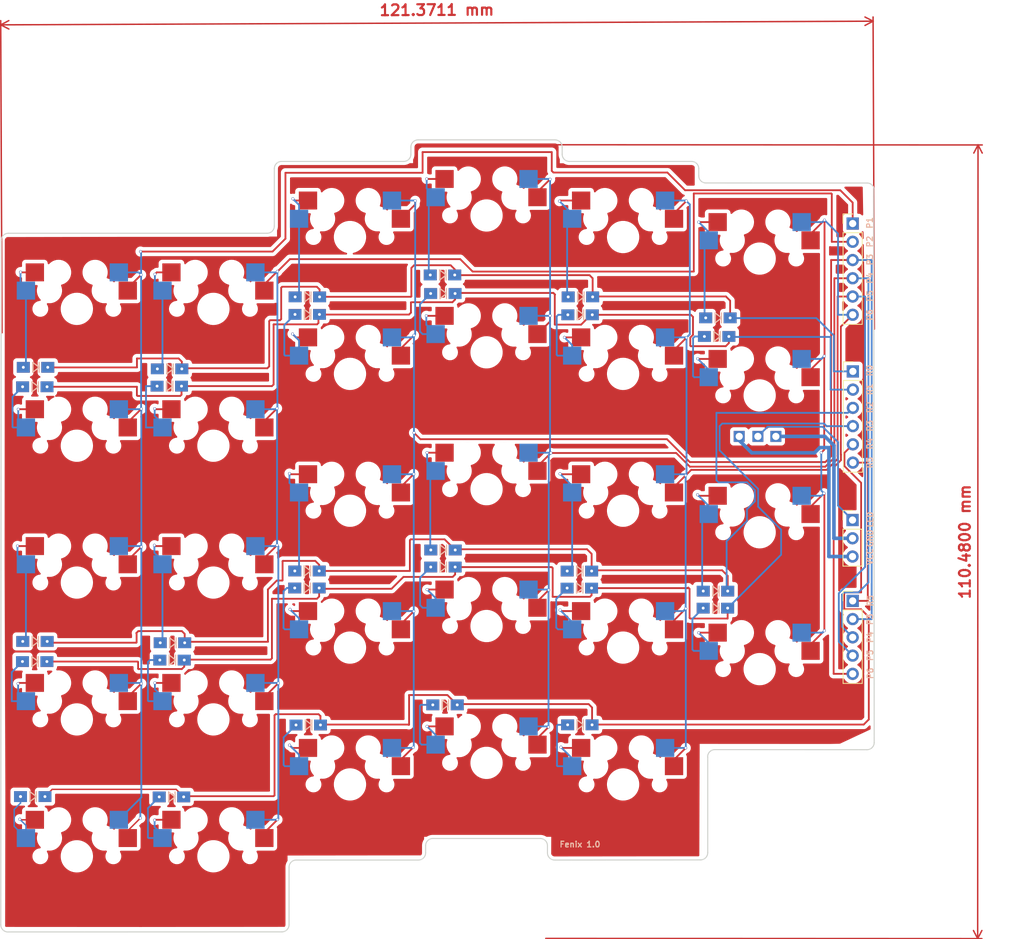
<source format=kicad_pcb>
(kicad_pcb (version 20221018) (generator pcbnew)
  (title_block (title "phoenix") (date "2022-12-31") (rev "v1.0.0") (company "Feencks"))
  (layers (0 "F.Cu" signal) (31 "B.Cu" signal) (34 "B.Paste" user) (35 "F.Paste" user) (36 "B.SilkS" user "B.Silkscreen") (37 "F.SilkS" user "F.Silkscreen") (38 "B.Mask" user) (39 "F.Mask" user) (44 "Edge.Cuts" user))
  (net 0 "")
  (net 1 "P1")
  (net 2 "GND")
  (net 3 "P2")
  (net 4 "P3")
  (net 5 "P4")
  (net 6 "P5")
  (net 7 "P6")
  (net 8 "VCC")
  (net 9 "R1")
  (net 10 "R2")
  (net 11 "R3")
  (net 12 "R4")
  (net 13 "R5")
  (net 14 "R6")
  (net 15 "R7")
  (net 16 "R8")
  (net 17 "R9")
  (net 18 "R10")
  (net 19 "R11")
  (net 20 "R12")
  (net 21 "R13")
  (net 22 "R14")
  (net 23 "R15")
  (net 24 "R16")
  (net 25 "R17")
  (net 26 "R18")
  (net 27 "R19")
  (net 28 "R20")
  (net 29 "R21")
  (net 30 "R22")
  (net 31 "R23")
  (net 32 "R24")
  (net 33 "R25")
  (net 34 "R26")
  (net 35 "R27")
  (net 36 "R28")
  (net 37 "R29")
  (net 38 "LED")
  (net 39 "row0")
  (net 40 "row1")
  (net 41 "row2")
  (net 42 "row3")
  (net 43 "row4")
  (net 44 "row5")
  (footprint "MX" (layer "F.Cu") (at 235.5075 114.42481)
    (fp_text reference "S28" hide)
    (fp_text value "" hide)
  )
  (footprint "MX" (layer "F.Cu") (at 216.5075 149.52481)
    (fp_text reference "S21" hide)
    (fp_text value "" hide)
  )
  (footprint "MX" (layer "F.Cu") (at 216.5075 92.37481)
    (fp_text reference "S24" hide)
    (fp_text value "" hide)
  )
  (footprint "MX" (layer "F.Cu") (at 178.5075 149.52481)
    (fp_text reference "S11" hide)
    (fp_text value "" hide)
  )
  (footprint "clipboard:96af8100-1464-42f1-aae6-ff50987e6e0f" (layer "F.Cu") (at 250.2775 125.5775)
    (fp_text reference "")
    (fp_text value "")
  )
  (footprint "" (layer "F.Cu") (at 132.67 170.27)
    (fp_text reference "")
    (fp_text value "")
  )
  (footprint "MX" (layer "F.Cu") (at 197.5075 165.57481)
    (fp_text reference "S15" hide)
    (fp_text value "" hide)
  )
  (footprint "MX" (layer "F.Cu") (at 178.5075 130.47481)
    (fp_text reference "S12" hide)
    (fp_text value "" hide)
  )
  (footprint "MX" (layer "F.Cu") (at 140.5075 102.37481)
    (fp_text reference "S4" hide)
    (fp_text value "" hide)
  )
  (footprint "MX" (layer "F.Cu") (at 159.5075 159.52481)
    (fp_text reference "S6" hide)
    (fp_text value "" hide)
  )
  (footprint "clipboard:295c9c2a-a1cf-4c6b-8a89-5f5d398e086c" (layer "F.Cu") (at 250.2275 138.6225)
    (fp_text reference "")
    (fp_text value "")
  )
  (footprint "MX" (layer "F.Cu") (at 178.5075 168.57481)
    (fp_text reference "S10" hide)
    (fp_text value "" hide)
  )
  (footprint "MX" (layer "F.Cu") (at 216.5075 168.57481)
    (fp_text reference "S20" hide)
    (fp_text value "" hide)
  )
  (footprint "MX" (layer "F.Cu") (at 235.5075 133.47481)
    (fp_text reference "S27" hide)
    (fp_text value "" hide)
  )
  (footprint "MX" (layer "F.Cu") (at 197.5075 127.47481)
    (fp_text reference "S17" hide)
    (fp_text value "" hide)
  )
  (footprint "MX" (layer "F.Cu") (at 235.5075 95.37481)
    (fp_text reference "S29" hide)
    (fp_text value "" hide)
  )
  (footprint "" (layer "F.Cu") (at 237.76 120.13)
    (fp_text reference "")
    (fp_text value "")
  )
  (footprint "MX" (layer "F.Cu") (at 140.5075 121.42481)
    (fp_text reference "S3" hide)
    (fp_text value "" hide)
  )
  (footprint "MX" (layer "F.Cu") (at 140.5075 159.52481)
    (fp_text reference "S1" hide)
    (fp_text value "" hide)
  )
  (footprint "MX" (layer "F.Cu") (at 178.5075 111.42481)
    (fp_text reference "S13" hide)
    (fp_text value "" hide)
  )
  (footprint "MX" (layer "F.Cu") (at 216.5075 130.47481)
    (fp_text reference "S22" hide)
    (fp_text value "" hide)
  )
  (footprint "MX" (layer "F.Cu") (at 159.5075 140.47481)
    (fp_text reference "S7" hide)
    (fp_text value "" hide)
  )
  (footprint "MX" (layer "F.Cu") (at 216.5075 111.42481)
    (fp_text reference "S23" hide)
    (fp_text value "" hide)
  )
  (footprint "" (layer "F.Cu") (at 235.26 120.13)
    (fp_text reference "")
    (fp_text value "")
  )
  (footprint "MX" (layer "F.Cu") (at 197.5075 146.52481)
    (fp_text reference "S16" hide)
    (fp_text value "" hide)
  )
  (footprint "MX" (layer "F.Cu") (at 197.5075 89.37481)
    (fp_text reference "S19" hide)
    (fp_text value "" hide)
  )
  (footprint "MX" (layer "F.Cu") (at 178.5075 92.37481)
    (fp_text reference "S14" hide)
    (fp_text value "" hide)
  )
  (footprint "" (layer "F.Cu") (at 232.66 120.13)
    (fp_text reference "")
    (fp_text value "")
  )
  (footprint "MX" (layer "F.Cu") (at 140.5075 140.47481)
    (fp_text reference "S2" hide)
    (fp_text value "" hide)
  )
  (footprint "MX" (layer "F.Cu") (at 159.5075 121.42481)
    (fp_text reference "S8" hide)
    (fp_text value "" hide)
  )
  (footprint "clipboard:96af8100-1464-42f1-aae6-ff50987e6e0f" (layer "F.Cu") (at 250.2475 104.9975)
    (fp_text reference "")
    (fp_text value "")
  )
  (footprint "MX" (layer "F.Cu") (at 235.5075 152.52481)
    (fp_text reference "S26" hide)
    (fp_text value "" hide)
  )
  (footprint "MX" (layer "F.Cu") (at 159.5075 178.57481)
    (fp_text reference "S5" hide)
    (fp_text value "" hide)
  )
  (footprint "clipboard:85792276-4f86-4e26-83e0-493a7599b78b" (layer "F.Cu") (at 250.2475 154.9725)
    (fp_text reference "")
    (fp_text value "")
  )
  (footprint "MX" (layer "F.Cu") (at 159.5075 102.37481)
    (fp_text reference "S9" hide)
    (fp_text value "" hide)
  )
  (footprint "MX" (layer "F.Cu") (at 197.5075 108.42481)
    (fp_text reference "S18" hide)
    (fp_text value "" hide)
  )
  (footprint "MX" (layer "F.Cu") (at 140.508 178.58)
    (fp_text reference "S1" hide)
    (fp_text value "" hide)
  )
  (footprint "SofleKeyboard-footprint:Diode_SOD123" (layer "B.Cu") (at 229.7 103.63 180)
    (fp_text reference "D25" hide)
    (fp_text value "D" hide)
  )
  (footprint "SofleKeyboard-footprint:Diode_SOD123" (layer "B.Cu") (at 191.44 138.31 180)
    (fp_text reference "D25" hide)
    (fp_text value "D" hide)
  )
  (footprint "SofleKeyboard-footprint:Diode_SOD123" (layer "B.Cu") (at 210.52 103.2 180)
    (fp_text reference "D25" hide)
    (fp_text value "D" hide)
  )
  (footprint "SofleKeyboard-footprint:Diode_SOD123" (layer "B.Cu") (at 153.75 151.26 180)
    (fp_text reference "D25" hide)
    (fp_text value "D" hide)
  )
  (footprint "SofleKeyboard-footprint:Diode_SOD123" (layer "B.Cu") (at 172.52 141.23 180)
    (fp_text reference "D25" hide)
    (fp_text value "D" hide)
  )
  (footprint "SofleKeyboard-footprint:Diode_SOD123" (layer "B.Cu") (at 191.43 100.24 180)
    (fp_text reference "D25" hide)
    (fp_text value "D" hide)
  )
  (footprint "SofleKeyboard-footprint:Diode_SOD123" (layer "B.Cu") (at 153.41 110.73 180)
    (fp_text reference "D25" hide)
    (fp_text value "D" hide)
  )
  (footprint "SofleKeyboard-footprint:Diode_SOD123" (layer "B.Cu") (at 229.35 144.03 180)
    (fp_text reference "D25" hide)
    (fp_text value "D" hide)
  )
  (footprint "SofleKeyboard-footprint:Diode_SOD123" (layer "B.Cu") (at 153.67 170.31 180)
    (fp_text reference "D25" hide)
    (fp_text value "D" hide)
  )
  (footprint "SofleKeyboard-footprint:Diode_SOD123" (layer "B.Cu") (at 210.49 160.28 180)
    (fp_text reference "D25" hide)
    (fp_text value "D" hide)
  )
  (footprint "SofleKeyboard-footprint:Diode_SOD123" (layer "B.Cu") (at 172.58 100.71 180)
    (fp_text reference "D25" hide)
    (fp_text value "D" hide)
  )
  (footprint "SofleKeyboard-footprint:Diode_SOD123" (layer "B.Cu") (at 172.7 160.3 180)
    (fp_text reference "D25" hide)
    (fp_text value "D" hide)
  )
  (footprint "SofleKeyboard-footprint:Diode_SOD123" (layer "B.Cu") (at 134.66 113.22 180)
    (fp_text reference "D25" hide)
    (fp_text value "D" hide)
  )
  (footprint "SofleKeyboard-footprint:Diode_SOD123" (layer "B.Cu") (at 229.36 141.66 180)
    (fp_text reference "D25" hide)
    (fp_text value "D" hide)
  )
  (footprint "SofleKeyboard-footprint:Diode_SOD123" (layer "B.Cu") (at 134.37 170.27 180)
    (fp_text reference "D25" hide)
    (fp_text value "D" hide)
  )
  (footprint "SofleKeyboard-footprint:Diode_SOD123" (layer "B.Cu") (at 229.52 106.22 180)
    (fp_text reference "D25" hide)
    (fp_text value "D" hide)
  )
  (footprint "SofleKeyboard-footprint:Diode_SOD123" (layer "B.Cu") (at 172.53 138.86 180)
    (fp_text reference "D25" hide)
    (fp_text value "D" hide)
  )
  (footprint "SofleKeyboard-footprint:Diode_SOD123" (layer "B.Cu") (at 172.56 103.15 180)
    (fp_text reference "D25" hide)
    (fp_text value "D" hide)
  )
  (footprint "SofleKeyboard-footprint:Diode_SOD123" (layer "B.Cu") (at 134.68 148.67 180)
    (fp_text reference "D25" hide)
    (fp_text value "D" hide)
  )
  (footprint "SofleKeyboard-footprint:Diode_SOD123" (layer "B.Cu") (at 134.76 110.51 180)
    (fp_text reference "D25" hide)
    (fp_text value "D" hide)
  )
  (footprint "SofleKeyboard-footprint:Diode_SOD123" (layer "B.Cu") (at 210.57 100.71 180)
    (fp_text reference "D25" hide)
    (fp_text value "D" hide)
  )
  (footprint "SofleKeyboard-footprint:Diode_SOD123" (layer "B.Cu") (at 210.43 138.87 180)
    (fp_text reference "D25" hide)
    (fp_text value "D" hide)
  )
  (footprint "SofleKeyboard-footprint:Diode_SOD123" (layer "B.Cu") (at 191.45 135.94 180)
    (fp_text reference "D25" hide)
    (fp_text value "D" hide)
  )
  (footprint "SofleKeyboard-footprint:Diode_SOD123" (layer "B.Cu") (at 153.81 148.86 180)
    (fp_text reference "D25" hide)
    (fp_text value "D" hide)
  )
  (footprint "SofleKeyboard-footprint:Diode_SOD123" (layer "B.Cu") (at 134.64 151.47 180)
    (fp_text reference "D25" hide)
    (fp_text value "D" hide)
  )
  (footprint "SofleKeyboard-footprint:Diode_SOD123" (layer "B.Cu") (at 153.37 113.13 180)
    (fp_text reference "D25" hide)
    (fp_text value "D" hide)
  )
  (footprint "SofleKeyboard-footprint:Diode_SOD123" (layer "B.Cu") (at 191.73 157.5 180)
    (fp_text reference "D25" hide)
    (fp_text value "D" hide)
  )
  (footprint "SofleKeyboard-footprint:Diode_SOD123" (layer "B.Cu") (at 191.38 97.66 180)
    (fp_text reference "D25" hide)
    (fp_text value "D" hide)
  )
  (footprint "SofleKeyboard-footprint:Diode_SOD123" (layer "B.Cu") (at 210.42 141.24 180)
    (fp_text reference "D25" hide)
    (fp_text value "D" hide)
  )
  (gr_arc (start 207.0325 78.84981) (mid 207.739607 79.142703) (end 208.0325 79.84981) (stroke (width 0.15)) (layer "Edge.Cuts"))
  (gr_line (start 207.0325 78.84981) (end 187.9825 78.84981) (stroke (width 0.15)) (layer "Edge.Cuts"))
  (gr_arc (start 167.9825 90.84981) (mid 167.689607 91.556917) (end 166.9825 91.84981) (stroke (width 0.15)) (layer "Edge.Cuts"))
  (gr_arc (start 226.0325 81.84981) (mid 226.739607 82.142703) (end 227.0325 82.84981) (stroke (width 0.15)) (layer "Edge.Cuts"))
  (gr_line (start 171.0325 179.09981) (end 188.0325 179.09981) (stroke (width 0.15)) (layer "Edge.Cuts"))
  (gr_arc (start 170.0325 188.09981) (mid 169.739607 188.806917) (end 169.0325 189.09981) (stroke (width 0.15)) (layer "Edge.Cuts"))
  (gr_arc (start 228.270459 164.760289) (mid 228.552259 164.033679) (end 229.27 163.73) (stroke (width 0.15)) (layer "Edge.Cuts"))
  (gr_arc (start 209.0325 81.84981) (mid 208.325393 81.556917) (end 208.0325 80.84981) (stroke (width 0.15)) (layer "Edge.Cuts"))
  (gr_arc (start 250.47 84.86) (mid 251.03946 85.049183) (end 251.37 85.55) (stroke (width 0.15)) (layer "Edge.Cuts"))
  (gr_line (start 185.9825 81.84981) (end 168.9825 81.84981) (stroke (width 0.15)) (layer "Edge.Cuts"))
  (gr_line (start 228.28 178.08) (end 228.28 164.76) (stroke (width 0.15)) (layer "Edge.Cuts"))
  (gr_line (start 186.9825 79.84981) (end 186.9825 80.84981) (stroke (width 0.15)) (layer "Edge.Cuts"))
  (gr_arc (start 206.9825 179.09981) (mid 206.275393 178.806917) (end 205.9825 178.09981) (stroke (width 0.15)) (layer "Edge.Cuts"))
  (gr_arc (start 167.9825 82.84981) (mid 168.275393 82.142703) (end 168.9825 81.84981) (stroke (width 0.15)) (layer "Edge.Cuts"))
  (gr_line (start 131.02 189.11) (end 169.0325 189.09981) (stroke (width 0.15)) (layer "Edge.Cuts"))
  (gr_line (start 129.925676 188.112893) (end 129.9825 92.84981) (stroke (width 0.15)) (layer "Edge.Cuts"))
  (gr_arc (start 170.0325 180.09981) (mid 170.325393 179.392703) (end 171.0325 179.09981) (stroke (width 0.15)) (layer "Edge.Cuts"))
  (gr_arc (start 186.9825 79.84981) (mid 187.275393 79.142703) (end 187.9825 78.84981) (stroke (width 0.15)) (layer "Edge.Cuts"))
  (gr_arc (start 251.442898 162.742898) (mid 251.15 163.45) (end 250.442898 163.742898) (stroke (width 0.15)) (layer "Edge.Cuts"))
  (gr_line (start 208.0325 80.84981) (end 208.0325 79.84981) (stroke (width 0.15)) (layer "Edge.Cuts"))
  (gr_line (start 130.9825 91.84981) (end 166.9825 91.84981) (stroke (width 0.15)) (layer "Edge.Cuts"))
  (gr_line (start 206.9825 179.09981) (end 227.28 179.08) (stroke (width 0.15)) (layer "Edge.Cuts"))
  (gr_arc (start 204.9825 176.09981) (mid 205.689607 176.392703) (end 205.9825 177.09981) (stroke (width 0.15)) (layer "Edge.Cuts"))
  (gr_arc (start 189.0325 178.09981) (mid 188.739607 178.806917) (end 188.0325 179.09981) (stroke (width 0.15)) (layer "Edge.Cuts"))
  (gr_line (start 229.27 163.73) (end 250.442898 163.742898) (stroke (width 0.15)) (layer "Edge.Cuts"))
  (gr_line (start 190.0325 176.09981) (end 204.9825 176.09981) (stroke (width 0.15)) (layer "Edge.Cuts"))
  (gr_line (start 251.442898 162.742898) (end 251.37 85.55) (stroke (width 0.15)) (layer "Edge.Cuts"))
  (gr_line (start 250.47 84.86) (end 228.0325 84.84981) (stroke (width 0.15)) (layer "Edge.Cuts"))
  (gr_arc (start 228.0325 84.84981) (mid 227.325393 84.556917) (end 227.0325 83.84981) (stroke (width 0.15)) (layer "Edge.Cuts"))
  (gr_arc (start 228.28 178.08) (mid 227.987102 178.787102) (end 227.28 179.08) (stroke (width 0.15)) (layer "Edge.Cuts"))
  (gr_arc (start 186.9825 80.84981) (mid 186.689607 81.556917) (end 185.9825 81.84981) (stroke (width 0.15)) (layer "Edge.Cuts"))
  (gr_line (start 227.0325 83.84981) (end 227.0325 82.84981) (stroke (width 0.15)) (layer "Edge.Cuts"))
  (gr_line (start 226.0325 81.84981) (end 209.0325 81.84981) (stroke (width 0.15)) (layer "Edge.Cuts"))
  (gr_line (start 170.0325 188.09981) (end 170.0325 180.09981) (stroke (width 0.15)) (layer "Edge.Cuts"))
  (gr_arc (start 129.9825 92.84981) (mid 130.275393 92.142703) (end 130.9825 91.84981) (stroke (width 0.15)) (layer "Edge.Cuts"))
  (gr_line (start 167.9825 82.84981) (end 167.9825 90.84981) (stroke (width 0.15)) (layer "Edge.Cuts"))
  (gr_line (start 189.0325 178.09981) (end 189.0325 177.09981) (stroke (width 0.15)) (layer "Edge.Cuts"))
  (gr_arc (start 131.02 189.11) (mid 130.252633 188.853121) (end 129.925676 188.112893) (stroke (width 0.15)) (layer "Edge.Cuts"))
  (gr_line (start 205.9825 177.09981) (end 205.9825 178.09981) (stroke (width 0.15)) (layer "Edge.Cuts"))
  (gr_arc (start 189.0325 177.09981) (mid 189.325393 176.392703) (end 190.0325 176.09981) (stroke (width 0.15)) (layer "Edge.Cuts"))
  (gr_text "GND" (at 250.86 134.31 90) (layer "B.SilkS") (effects (font (size 0.8 0.8))))
  (gr_text "Fenix 1.0" (at 210.5 176.92) (layer "B.SilkS") (effects (font (size 0.8 0.8))))
  (gr_text "R3" (at 250.84 118.64 90) (layer "B.SilkS") (effects (font (size 0.8 0.8))))
  (gr_text "R2" (at 250.84 116.09 90) (layer "B.SilkS") (effects (font (size 0.8 0.8))))
  (gr_text "R1" (at 250.81 113.57 90) (layer "B.SilkS") (effects (font (size 0.8 0.8))))
  (gr_text "P3" (at 250.85 95.53 90) (layer "B.SilkS") (effects (font (size 0.8 0.8))))
  (gr_text "P5" (at 250.85 100.57 90) (layer "B.SilkS") (effects (font (size 0.8 0.8))))
  (gr_text "LED" (at 250.87 131.69 90) (layer "B.SilkS") (effects (font (size 0.8 0.8))))
  (gr_text "P6" (at 250.9 153.11 90) (layer "B.SilkS") (effects (font (size 0.8 0.8))))
  (gr_text "P2" (at 250.82 93.01 90) (layer "B.SilkS") (effects (font (size 0.8 0.8))))
  (gr_text "R5" (at 250.89 143 90) (layer "B.SilkS") (effects (font (size 0.8 0.8))))
  (gr_text "P4" (at 250.88 148.08 90) (layer "B.SilkS") (effects (font (size 0.8 0.8))))
  (gr_text "R0" (at 250.81 110.97 90) (layer "B.SilkS") (effects (font (size 0.8 0.8))))
  (gr_text "P4" (at 250.85 98.08 90) (layer "B.SilkS") (effects (font (size 0.8 0.8))))
  (gr_text "P6" (at 250.82 103.21 90) (layer "B.SilkS") (effects (font (size 0.8 0.8))))
  (gr_text "VCC" (at 250.85 136.87 90) (layer "B.SilkS") (effects (font (size 0.8 0.8))))
  (gr_text "R4" (at 250.84 121.13 90) (layer "B.SilkS") (effects (font (size 0.8 0.8))))
  (gr_text "P5" (at 250.87 150.6 90) (layer "B.SilkS") (effects (font (size 0.8 0.8))))
  (gr_text "P3" (at 250.85 145.59 90) (layer "B.SilkS") (effects (font (size 0.8 0.8))))
  (gr_text "P1" (at 250.82 90.41 90) (layer "B.SilkS") (effects (font (size 0.8 0.8))))
  (gr_text "R5" (at 250.81 123.77 90) (layer "B.SilkS") (effects (font (size 0.8 0.8))))
  (gr_text "P4" (at 250.85 98.09 90) (layer "F.SilkS") (effects (font (size 0.8 0.8))))
  (gr_text "Fenix 1.0" (at 210.5 176.92) (layer "F.SilkS") (effects (font (size 0.8 0.8))))
  (gr_text "R5" (at 250.81 123.78 90) (layer "F.SilkS") (effects (font (size 0.8 0.8))))
  (gr_text "P1" (at 250.82 90.4 90) (layer "F.SilkS") (effects (font (size 0.8 0.8))))
  (gr_text "R1" (at 250.81 113.58 90) (layer "F.SilkS") (effects (font (size 0.8 0.8))))
  (gr_text "VCC" (at 250.85 136.88 90) (layer "F.SilkS") (effects (font (size 0.8 0.8))))
  (gr_text "P4" (at 250.88 148.09 90) (layer "F.SilkS") (effects (font (size 0.8 0.8))))
  (gr_text "P2" (at 250.82 93.02 90) (layer "F.SilkS") (effects (font (size 0.8 0.8))))
  (gr_text "LED" (at 250.87 131.7 90) (layer "F.SilkS") (effects (font (size 0.8 0.8))))
  (gr_text "P3" (at 250.85 95.52 90) (layer "F.SilkS") (effects (font (size 0.8 0.8))))
  (gr_text "R0" (at 250.81 110.96 90) (layer "F.SilkS") (effects (font (size 0.8 0.8))))
  (gr_text "P6" (at 250.9 153.12 90) (layer "F.SilkS") (effects (font (size 0.8 0.8))))
  (gr_text "R5" (at 250.89 143.01 90) (layer "F.SilkS") (effects (font (size 0.8 0.8))))
  (gr_text "P5" (at 250.87 150.61 90) (layer "F.SilkS") (effects (font (size 0.8 0.8))))
  (gr_text "R3" (at 250.84 118.65 90) (layer "F.SilkS") (effects (font (size 0.8 0.8))))
  (gr_text "P5" (at 250.85 100.58 90) (layer "F.SilkS") (effects (font (size 0.8 0.8))))
  (gr_text "P3" (at 250.85 145.6 90) (layer "F.SilkS") (effects (font (size 0.8 0.8))))
  (gr_text "R2" (at 250.84 116.08 90) (layer "F.SilkS") (effects (font (size 0.8 0.8))))
  (gr_text "R4" (at 250.84 121.14 90) (layer "F.SilkS") (effects (font (size 0.8 0.8))))
  (gr_text "P6" (at 250.82 103.22 90) (layer "F.SilkS") (effects (font (size 0.8 0.8))))
  (gr_text "GND" (at 250.86 134.32 90) (layer "F.SilkS") (effects (font (size 0.8 0.8))))
  (dimension (type aligned) (layer "F.Cu") (pts (xy 130.1 106.2) (xy 251.47 105.69)) (height -43.361676) (gr_text "121,3711 mm" (at 190.595231 60.783723 0.2407569875) (layer "F.Cu") (effects (font (size 1.5 1.5) (thickness 0.3)))) (format (prefix "") (suffix "") (units 3) (units_format 1) (precision 4)) (style (thickness 0.2) (arrow_length 1.27) (text_position_mode 0) (extension_height 0.58642) (extension_offset 0.5) keep_text_aligned))
  (dimension (type aligned) (layer "F.Cu") (pts (xy 205.3 79.53) (xy 205.25 190.01)) (height -60.587341) (gr_text "110,4800 mm" (at 264.062335 134.796605 89.97406962) (layer "F.Cu") (effects (font (size 1.5 1.5) (thickness 0.3)))) (format (prefix "") (suffix "") (units 3) (units_format 1) (precision 4)) (style (thickness 0.2) (arrow_length 1.27) (text_position_mode 0) (extension_height 0.58642) (extension_offset 0.5) keep_text_aligned))
  (segment (start 206.82 83.4) (end 222.67 83.4) (width 0.25) (layer "F.Cu") (net 1))
  (segment (start 225.13 85.86) (end 246.72 85.86) (width 0.25) (layer "F.Cu") (net 1))
  (segment (start 206.58 80.55) (end 206.58 83.16) (width 0.25) (layer "F.Cu") (net 1))
  (segment (start 169.53 92.6) (end 169.53 83.43) (width 0.25) (layer "F.Cu") (net 1))
  (segment (start 147.5925 137.38981) (end 147.5925 137.93481) (width 0.25) (layer "F.Cu") (net 1))
  (segment (start 147.5925 156.41981) (end 147.5925 156.98481) (width 0.25) (layer "F.Cu") (net 1))
  (segment (start 188.61 83.43) (end 188.61 80.55) (width 0.25) (layer "F.Cu") (net 1))
  (segment (start 149.4775 116.29481) (end 147.5925 118.17981) (width 0.25) (layer "F.Cu") (net 1))
  (segment (start 147.593 175.017) (end 149.34 173.27) (width 0.2) (layer "F.Cu") (net 1))
  (segment (start 246.72 85.86) (end 248.4475 87.5875) (width 0.25) (layer "F.Cu") (net 1))
  (segment (start 222.67 83.4) (end 225.13 85.86) (width 0.25) (layer "F.Cu") (net 1))
  (segment (start 147.5925 118.17981) (end 147.5925 118.88481) (width 0.25) (layer "F.Cu") (net 1))
  (segment (start 149.4775 154.53481) (end 147.5925 156.41981) (width 0.25) (layer "F.Cu") (net 1))
  (segment (start 147.5925 99.48981) (end 147.5925 99.83481) (width 0.25) (layer "F.Cu") (net 1))
  (segment (start 169.53 83.43) (end 188.61 83.43) (width 0.25) (layer "F.Cu") (net 1))
  (segment (start 248.4475 87.5875) (end 248.4475 90.4975) (width 0.25) (layer "F.Cu") (net 1))
  (segment (start 149.4775 135.50481) (end 147.5925 137.38981) (width 0.25) (layer "F.Cu") (net 1))
  (segment (start 167.73 94.4) (end 169.53 92.6) (width 0.25) (layer "F.Cu") (net 1))
  (segment (start 206.58 83.16) (end 206.82 83.4) (width 0.25) (layer "F.Cu") (net 1))
  (segment (start 188.61 80.55) (end 206.58 80.55) (width 0.25) (layer "F.Cu") (net 1))
  (segment (start 147.593 176.04) (end 147.593 175.017) (width 0.2) (layer "F.Cu") (net 1))
  (segment (start 149.37 94.4) (end 167.73 94.4) (width 0.25) (layer "F.Cu") (net 1))
  (segment (start 149.4475 97.63481) (end 147.5925 99.48981) (width 0.25) (layer "F.Cu") (net 1))
  (via (at 149.37 94.4) (size 0.4) (drill 0.3) (layers "F.Cu" "B.Cu") (net 1))
  (via (at 149.4475 97.63481) (size 0.4) (drill 0.3) (layers "F.Cu" "B.Cu") (net 1))
  (via (at 149.4775 116.29481) (size 0.4) (drill 0.3) (layers "F.Cu" "B.Cu") (net 1))
  (via (at 149.34 173.27) (size 0.4) (drill 0.3) (layers "F.Cu" "B.Cu") (net 1))
  (via (at 149.4775 135.50481) (size 0.4) (drill 0.3) (layers "F.Cu" "B.Cu") (net 1))
  (via (at 149.4775 154.53481) (size 0.4) (drill 0.3) (layers "F.Cu" "B.Cu") (net 1))
  (segment (start 149.4775 116.29481) (end 149.4775 135.50481) (width 0.25) (layer "B.Cu") (net 1))
  (segment (start 149.4775 135.50481) (end 149.4775 154.53481) (width 0.25) (layer "B.Cu") (net 1))
  (segment (start 149.4275 116.34481) (end 149.4775 116.29481) (width 0.25) (layer "B.Cu") (net 1))
  (segment (start 146.3495 116.34481) (end 149.4275 116.34481) (width 0.25) (layer "B.Cu") (net 1))
  (segment (start 149.4475 97.63481) (end 149.1075 97.29481) (width 0.25) (layer "B.Cu") (net 1))
  (segment (start 149.34 170.51) (end 149.34 173.27) (width 0.25) (layer "B.Cu") (net 1))
  (segment (start 149.4775 170.3725) (end 146.35 173.5) (width 0.25) (layer "B.Cu") (net 1))
  (segment (start 149.1075 97.29481) (end 146.3495 97.29481) (width 0.25) (layer "B.Cu") (net 1))
  (segment (start 149.4775 135.50481) (end 149.3675 135.39481) (width 0.25) (layer "B.Cu") (net 1))
  (segment (start 149.3675 135.39481) (end 146.3495 135.39481) (width 0.25) (layer "B.Cu") (net 1))
  (segment (start 149.4775 154.53481) (end 149.4775 170.3725) (width 0.25) (layer "B.Cu") (net 1))
  (segment (start 149.3875 154.44481) (end 146.3495 154.44481) (width 0.25) (layer "B.Cu") (net 1))
  (segment (start 149.4475 97.63481) (end 149.4475 94.4775) (width 0.25) (layer "B.Cu") (net 1))
  (segment (start 149.4475 97.63481) (end 149.4475 116.26481) (width 0.25) (layer "B.Cu") (net 1))
  (segment (start 149.4475 116.26481) (end 149.4775 116.29481) (width 0.25) (layer "B.Cu") (net 1))
  (segment (start 149.4475 94.4775) (end 149.37 94.4) (width 0.25) (layer "B.Cu") (net 1))
  (segment (start 149.4775 170.3725) (end 149.34 170.51) (width 0.25) (layer "B.Cu") (net 1))
  (segment (start 149.4775 154.53481) (end 149.3875 154.44481) (width 0.25) (layer "B.Cu") (net 1))
  (segment (start 237.76 120.13) (end 244.579949 120.13) (width 0.5) (layer "B.Cu") (net 2))
  (segment (start 245.84 134.3125) (end 248.4275 134.3125) (width 0.5) (layer "B.Cu") (net 2))
  (segment (start 244.579949 120.13) (end 245.84 121.390051) (width 0.5) (layer "B.Cu") (net 2))
  (segment (start 245.84 121.390051) (end 245.84 134.3125) (width 0.5) (layer "B.Cu") (net 2))
  (segment (start 168.54 154.48) (end 166.5925 156.4275) (width 0.25) (layer "F.Cu") (net 3))
  (segment (start 226.34 86.31) (end 245.47 86.31) (width 0.25) (layer "F.Cu") (net 3))
  (segment (start 166.5925 175.2975) (end 166.5925 176.03481) (width 0.25) (layer "F.Cu") (net 3))
  (segment (start 168.41 97.15) (end 166.5925 98.9675) (width 0.25) (layer "F.Cu") (net 3))
  (segment (start 166.5925 117.9975) (end 166.5925 118.88481) (width 0.25) (layer "F.Cu") (net 3))
  (segment (start 226.34 97.18) (end 226.34 86.31) (width 0.25) (layer "F.Cu") (net 3))
  (segment (start 168.45 97.15) (end 170.15 95.45) (width 0.25) (layer "F.Cu") (net 3))
  (segment (start 168.36 116.23) (end 166.5925 117.9975) (width 0.25) (layer "F.Cu") (net 3))
  (segment (start 195.57 97.18) (end 226.34 97.18) (width 0.25) (layer "F.Cu") (net 3))
  (segment (start 170.15 95.45) (end 193.84 95.45) (width 0.25) (layer "F.Cu") (net 3))
  (segment (start 168.37 135.27) (end 166.5925 137.0475) (width 0.25) (layer "F.Cu") (net 3))
  (segment (start 168.41 97.15) (end 168.45 97.15) (width 0.25) (layer "F.Cu") (net 3))
  (segment (start 245.54 86.38) (end 245.54 93.0375) (width 0.25) (layer "F.Cu") (net 3))
  (segment (start 166.5925 156.4275) (end 166.5925 156.98481) (width 0.25) (layer "F.Cu") (net 3))
  (segment (start 245.54 93.0375) (end 248.4475 93.0375) (width 0.25) (layer "F.Cu") (net 3))
  (segment (start 168.42 173.47) (end 166.5925 175.2975) (width 0.25) (layer "F.Cu") (net 3))
  (segment (start 193.84 95.45) (end 195.57 97.18) (width 0.25) (layer "F.Cu") (net 3))
  (segment (start 245.47 86.31) (end 245.54 86.38) (width 0.25) (layer "F.Cu") (net 3))
  (segment (start 166.5925 137.0475) (end 166.5925 137.93481) (width 0.25) (layer "F.Cu") (net 3))
  (segment (start 166.5925 98.9675) (end 166.5925 99.83481) (width 0.25) (layer "F.Cu") (net 3))
  (via (at 168.37 135.27) (size 0.4) (drill 0.3) (layers "F.Cu" "B.Cu") (net 3))
  (via (at 168.41 97.15) (size 0.4) (drill 0.3) (layers "F.Cu" "B.Cu") (net 3))
  (via (at 168.54 154.48) (size 0.4) (drill 0.3) (layers "F.Cu" "B.Cu") (net 3))
  (via (at 168.42 173.47) (size 0.4) (drill 0.3) (layers "F.Cu" "B.Cu") (net 3))
  (via (at 168.36 116.23) (size 0.4) (drill 0.3) (layers "F.Cu" "B.Cu") (net 3))
  (segment (start 168.54 173.35) (end 168.42 173.47) (width 0.25) (layer "B.Cu") (net 3))
  (segment (start 168.39519 173.49481) (end 165.3495 173.49481) (width 0.25) (layer "B.Cu") (net 3))
  (segment (start 168.37 135.27) (end 168.24519 135.39481) (width 0.25) (layer "B.Cu") (net 3))
  (segment (start 168.24519 135.39481) (end 165.3495 135.39481) (width 0.25) (layer "B.Cu") (net 3))
  (segment (start 168.41 116.18) (end 168.36 116.23) (width 0.25) (layer "B.Cu") (net 3))
  (segment (start 168.36 135.26) (end 168.37 135.27) (width 0.25) (layer "B.Cu") (net 3))
  (segment (start 168.24519 116.34481) (end 165.3495 116.34481) (width 0.25) (layer "B.Cu") (net 3))
  (segment (start 168.26519 97.29481) (end 165.3495 97.29481) (width 0.25) (layer "B.Cu") (net 3))
  (segment (start 168.54 154.48) (end 168.54 173.35) (width 0.25) (layer "B.Cu") (net 3))
  (segment (start 168.54 154.48) (end 168.50481 154.44481) (width 0.25) (layer "B.Cu") (net 3))
  (segment (start 168.54 135.44) (end 168.54 154.48) (width 0.25) (layer "B.Cu") (net 3))
  (segment (start 168.42 173.47) (end 168.39519 173.49481) (width 0.25) (layer "B.Cu") (net 3))
  (segment (start 168.37 135.27) (end 168.54 135.44) (width 0.25) (layer "B.Cu") (net 3))
  (segment (start 168.50481 154.44481) (end 165.3495 154.44481) (width 0.25) (layer "B.Cu") (net 3))
  (segment (start 168.41 114.46) (end 168.41 116.18) (width 0.25) (layer "B.Cu") (net 3))
  (segment (start 168.41 97.15) (end 168.41 114.46) (width 0.25) (layer "B.Cu") (net 3))
  (segment (start 168.36 116.23) (end 168.36 135.26) (width 0.25) (layer "B.Cu") (net 3))
  (segment (start 168.41 97.15) (end 168.26519 97.29481) (width 0.25) (layer "B.Cu") (net 3))
  (segment (start 168.36 116.23) (end 168.24519 116.34481) (width 0.25) (layer "B.Cu") (net 3))
  (segment (start 185.5925 108.88481) (end 185.5925 107.8775) (width 0.25) (layer "F.Cu") (net 4))
  (segment (start 187.58 87.84731) (end 187.58 87.33) (width 0.25) (layer "F.Cu") (net 4))
  (segment (start 248.4475 95.5775) (end 245.45 95.5775) (width 0.25) (layer "F.Cu") (net 4))
  (segment (start 185.5925 146.2675) (end 187.38 144.48) (width 0.25) (layer "F.Cu") (net 4))
  (segment (start 222.609809 120.519809) (end 188.309809 120.519809) (width 0.25) (layer "F.Cu") (net 4))
  (segment (start 185.5925 89.83481) (end 187.58 87.84731) (width 0.25) (layer "F.Cu") (net 4))
  (segment (start 185.5925 146.98481) (end 185.5925 146.2675) (width 0.25) (layer "F.Cu") (net 4))
  (segment (start 188.309809 120.519809) (end 187.42 119.63) (width 0.25) (layer "F.Cu") (net 4))
  (segment (start 185.5925 165.1275) (end 187.3 163.42) (width 0.25) (layer "F.Cu") (net 4))
  (segment (start 185.5925 107.8775) (end 187.41 106.06) (width 0.25) (layer "F.Cu") (net 4))
  (segment (start 185.5925 127.1575) (end 187.38 125.37) (width 0.25) (layer "F.Cu") (net 4))
  (segment (start 245.45 122.893604) (end 244.643604 123.7) (width 0.25) (layer "F.Cu") (net 4))
  (segment (start 225.79 123.7) (end 222.609809 120.519809) (width 0.25) (layer "F.Cu") (net 4))
  (segment (start 185.5925 166.03481) (end 185.5925 165.1275) (width 0.25) (layer "F.Cu") (net 4))
  (segment (start 185.5925 127.93481) (end 185.5925 127.1575) (width 0.25) (layer "F.Cu") (net 4))
  (segment (start 245.45 95.5775) (end 245.45 122.893604) (width 0.25) (layer "F.Cu") (net 4))
  (segment (start 244.643604 123.7) (end 225.79 123.7) (width 0.25) (layer "F.Cu") (net 4))
  (via (at 187.41 106.06) (size 0.4) (drill 0.3) (layers "F.Cu" "B.Cu") (net 4))
  (via (at 187.38 125.37) (size 0.4) (drill 0.3) (layers "F.Cu" "B.Cu") (net 4))
  (via (at 187.38 144.48) (size 0.4) (drill 0.3) (layers "F.Cu" "B.Cu") (net 4))
  (via (at 187.3 163.42) (size 0.4) (drill 0.3) (layers "F.Cu" "B.Cu") (net 4))
  (via (at 187.42 119.63) (size 0.4) (drill 0.3) (layers "F.Cu" "B.Cu") (net 4))
  (via (at 187.58 87.33) (size 0.4) (drill 0.3) (layers "F.Cu" "B.Cu") (net 4))
  (segment (start 187.42 119.63) (end 187.41 119.62) (width 0.25) (layer "B.Cu") (net 4))
  (segment (start 251.09 95.5775) (end 248.4475 95.5775) (width 0.25) (layer "B.Cu") (net 4))
  (segment (start 187.58 105.89) (end 187.41 106.06) (width 0.25) (layer "B.Cu") (net 4))
  (segment (start 184.3495 163.49481) (end 187.22519 163.49481) (width 0.25) (layer "B.Cu") (net 4))
  (segment (start 187.22519 163.49481) (end 187.3 163.42) (width 0.25) (layer "B.Cu") (net 4))
  (segment (start 187.54481 87.29481) (end 187.58 87.33) (width 0.25) (layer "B.Cu") (net 4))
  (segment (start 251.09 145.5625) (end 251.09 95.5775) (width 0.25) (layer "B.Cu") (net 4))
  (segment (start 184.3495 87.29481) (end 187.54481 87.29481) (width 0.25) (layer "B.Cu") (net 4))
  (segment (start 187.58 87.33) (end 187.58 105.89) (width 0.25) (layer "B.Cu") (net 4))
  (segment (start 184.3495 125.39481) (end 187.35519 125.39481) (width 0.25) (layer "B.Cu") (net 4))
  (segment (start 187.38 163.34) (end 187.3 163.42) (width 0.25) (layer "B.Cu") (net 4))
  (segment (start 248.4475 145.5625) (end 251.09 145.5625) (width 0.25) (layer "B.Cu") (net 4))
  (segment (start 187.41 119.62) (end 187.41 106.06) (width 0.25) (layer "B.Cu") (net 4))
  (segment (start 187.35519 125.39481) (end 187.38 125.37) (width 0.25) (layer "B.Cu") (net 4))
  (segment (start 187.38 125.37) (end 187.38 144.48) (width 0.25) (layer "B.Cu") (net 4))
  (segment (start 187.12519 106.34481) (end 187.41 106.06) (width 0.25) (layer "B.Cu") (net 4))
  (segment (start 187.34481 144.44481) (end 187.38 144.48) (width 0.25) (layer "B.Cu") (net 4))
  (segment (start 187.38 144.48) (end 187.38 163.34) (width 0.25) (layer "B.Cu") (net 4))
  (segment (start 187.42 125.33) (end 187.38 125.37) (width 0.25) (layer "B.Cu") (net 4))
  (segment (start 184.3495 106.34481) (end 187.12519 106.34481) (width 0.25) (layer "B.Cu") (net 4))
  (segment (start 187.42 119.63) (end 187.42 125.33) (width 0.25) (layer "B.Cu") (net 4))
  (segment (start 184.3495 144.44481) (end 187.34481 144.44481) (width 0.25) (layer "B.Cu") (net 4))
  (segment (start 204.5925 143.98481) (end 204.5925 143.0775) (width 0.25) (layer "F.Cu") (net 5))
  (segment (start 248.4475 98.1175) (end 245.9 98.1175) (width 0.25) (layer "F.Cu") (net 5))
  (segment (start 204.5925 124.93481) (end 204.5925 124.3075) (width 0.25) (layer "F.Cu") (net 5))
  (segment (start 204.5925 105.88481) (end 206.34 104.13731) (width 0.25) (layer "F.Cu") (net 5))
  (segment (start 204.5925 163.03481) (end 204.5925 162.1275) (width 0.25) (layer "F.Cu") (net 5))
  (segment (start 244.64 124.34) (end 225.793604 124.34) (width 0.25) (layer "F.Cu") (net 5))
  (segment (start 223.893604 122.44) (end 206.46 122.44) (width 0.25) (layer "F.Cu") (net 5))
  (segment (start 245.9 98.1175) (end 245.9 123.05) (width 0.25) (layer "F.Cu") (net 5))
  (segment (start 245.9 123.05) (end 245.915 123.065) (width 0.25) (layer "F.Cu") (net 5))
  (segment (start 204.5925 124.3075) (end 206.46 122.44) (width 0.25) (layer "F.Cu") (net 5))
  (segment (start 204.5925 143.0775) (end 206.16 141.51) (width 0.25) (layer "F.Cu") (net 5))
  (segment (start 225.793604 124.34) (end 223.893604 122.44) (width 0.25) (layer "F.Cu") (net 5))
  (segment (start 204.5925 162.1275) (end 206.13 160.59) (width 0.25) (layer "F.Cu") (net 5))
  (segment (start 204.5925 86.0875) (end 206.35 84.33) (width 0.25) (layer "F.Cu") (net 5))
  (segment (start 206.34 104.13731) (end 206.34 103.32) (width 0.25) (layer "F.Cu") (net 5))
  (segment (start 204.5925 86.83481) (end 204.5925 86.0875) (width 0.25) (layer "F.Cu") (net 5))
  (segment (start 245.915 123.065) (end 244.64 124.34) (width 0.25) (layer "F.Cu") (net 5))
  (via (at 206.35 84.33) (size 0.4) (drill 0.3) (layers "F.Cu" "B.Cu") (net 5))
  (via (at 206.13 160.59) (size 0.4) (drill 0.3) (layers "F.Cu" "B.Cu") (net 5))
  (via (at 206.16 141.51) (size 0.4) (drill 0.3) (layers "F.Cu" "B.Cu") (net 5))
  (via (at 206.34 103.32) (size 0.4) (drill 0.3) (layers "F.Cu" "B.Cu") (net 5))
  (via (at 206.46 122.44) (size 0.4) (drill 0.3) (layers "F.Cu" "B.Cu") (net 5))
  (segment (start 206.03481 160.49481) (end 206.13 160.59) (width 0.25) (layer "B.Cu") (net 5))
  (segment (start 246.97 142.15) (end 246.97 146.625) (width 0.25) (layer "B.Cu") (net 5))
  (segment (start 206.34 122.32) (end 206.34 103.32) (width 0.25) (layer "B.Cu") (net 5))
  (segment (start 206.09481 141.44481) (end 206.16 141.51) (width 0.25) (layer "B.Cu") (net 5))
  (segment (start 248.4475 98.1175) (end 250.64 98.1175) (width 0.25) (layer "B.Cu") (net 5))
  (segment (start 203.3495 103.34481) (end 206.31519 103.34481) (width 0.25) (layer "B.Cu") (net 5))
  (segment (start 206.13 160.59) (end 206.13 141.54) (width 0.25) (layer "B.Cu") (net 5))
  (segment (start 249.252501 141.8475) (end 247.2725 141.8475) (width 0.25) (layer "B.Cu") (net 5))
  (segment (start 203.3495 141.44481) (end 206.09481 141.44481) (width 0.25) (layer "B.Cu") (net 5))
  (segment (start 206.16 141.51) (end 206.16 122.74) (width 0.25) (layer "B.Cu") (net 5))
  (segment (start 203.3495 84.29481) (end 206.31481 84.29481) (width 0.25) (layer "B.Cu") (net 5))
  (segment (start 203.3495 122.39481) (end 206.41481 122.39481) (width 0.25) (layer "B.Cu") (net 5))
  (segment (start 203.3495 160.49481) (end 206.03481 160.49481) (width 0.25) (layer "B.Cu") (net 5))
  (segment (start 206.31519 103.34481) (end 206.34 103.32) (width 0.25) (layer "B.Cu") (net 5))
  (segment (start 206.35 103.31) (end 206.34 103.32) (width 0.25) (layer "B.Cu") (net 5))
  (segment (start 250.64 98.1175) (end 250.64 140.460001) (width 0.25) (layer "B.Cu") (net 5))
  (segment (start 206.41481 122.39481) (end 206.46 122.44) (width 0.25) (layer "B.Cu") (net 5))
  (segment (start 247.2725 141.8475) (end 246.97 142.15) (width 0.25) (layer "B.Cu") (net 5))
  (segment (start 206.31481 84.29481) (end 206.35 84.33) (width 0.25) (layer "B.Cu") (net 5))
  (segment (start 206.35 84.33) (end 206.35 103.31) (width 0.25) (layer "B.Cu") (net 5))
  (segment (start 246.97 146.625) (end 248.4475 148.1025) (width 0.25) (layer "B.Cu") (net 5))
  (segment (start 206.13 141.54) (end 206.16 141.51) (width 0.25) (layer "B.Cu") (net 5))
  (segment (start 206.46 122.44) (end 206.34 122.32) (width 0.25) (layer "B.Cu") (net 5))
  (segment (start 250.64 140.460001) (end 249.252501 141.8475) (width 0.25) (layer "B.Cu") (net 5))
  (segment (start 206.16 122.74) (end 206.46 122.44) (width 0.25) (layer "B.Cu") (net 5))
  (segment (start 223.5925 108.88481) (end 223.5925 108.1175) (width 0.25) (layer "F.Cu") (net 6))
  (segment (start 223.5925 127.1775) (end 225.21 125.56) (width 0.25) (layer "F.Cu") (net 6))
  (segment (start 246.35 100.6575) (end 246.35 122.84) (width 0.25) (layer "F.Cu") (net 6))
  (segment (start 223.5925 108.1175) (end 225.33 106.38) (width 0.25) (layer "F.Cu") (net 6))
  (segment (start 223.5925 166.03481) (end 223.5925 165.1275) (width 0.25) (layer "F.Cu") (net 6))
  (segment (start 248.4475 100.6575) (end 246.35 100.6575) (width 0.25) (layer "F.Cu") (net 6))
  (segment (start 223.5925 89.0775) (end 225.31 87.36) (width 0.25) (layer "F.Cu") (net 6))
  (segment (start 223.5925 89.83481) (end 223.5925 89.0775) (width 0.25) (layer "F.Cu") (net 6))
  (segment (start 246.365 122.85) (end 246.365 123.251396) (width 0.25) (layer "F.Cu") (net 6))
  (segment (start 244.826396 124.79) (end 225.98 124.79) (width 0.25) (layer "F.Cu") (net 6))
  (segment (start 246.365 123.251396) (end 244.826396 124.79) (width 0.25) (layer "F.Cu") (net 6))
  (segment (start 246.35 122.84) (end 246.365 122.855) (width 0.25) (layer "F.Cu") (net 6))
  (segment (start 223.5925 127.93481) (end 223.5925 127.1775) (width 0.25) (layer "F.Cu") (net 6))
  (segment (start 223.5925 165.1275) (end 225.22 163.5) (width 0.25) (layer "F.Cu") (net 6))
  (segment (start 225.98 124.79) (end 225.21 125.56) (width 0.25) (layer "F.Cu") (net 6))
  (segment (start 223.5925 145.7375) (end 225.23 144.1) (width 0.25) (layer "F.Cu") (net 6))
  (segment (start 223.5925 146.98481) (end 223.5925 145.7375) (width 0.25) (layer "F.Cu") (net 6))
  (via (at 225.33 106.38) (size 0.4) (drill 0.3) (layers "F.Cu" "B.Cu") (net 6))
  (via (at 225.22 163.5) (size 0.4) (drill 0.3) (layers "F.Cu" "B.Cu") (net 6))
  (via (at 225.31 87.36) (size 0.4) (drill 0.3) (layers "F.Cu" "B.Cu") (net 6))
  (via (at 225.21 125.56) (size 0.4) (drill 0.3) (layers "F.Cu" "B.Cu") (net 6))
  (via (at 225.23 144.1) (size 0.4) (drill 0.3) (layers "F.Cu" "B.Cu") (net 6))
  (segment (start 222.3495 144.44481) (end 224.88519 144.44481) (width 0.25) (layer "B.Cu") (net 6))
  (segment (start 225.31 87.36) (end 225.79 87.84) (width 0.25) (layer "B.Cu") (net 6))
  (segment (start 222.3495 106.34481) (end 225.29481 106.34481) (width 0.25) (layer "B.Cu") (net 6))
  (segment (start 246.52 148.715) (end 248.4475 150.6425) (width 0.25) (layer "B.Cu") (net 6))
  (segment (start 225.23 163.49) (end 225.22 163.5) (width 0.25) (layer "B.Cu") (net 6))
  (segment (start 222.3495 125.39481) (end 225.04481 125.39481) (width 0.25) (layer "B.Cu") (net 6))
  (segment (start 225.33 106.38) (end 225.33 125.44) (width 0.25) (layer "B.Cu") (net 6))
  (segment (start 225.24481 87.29481) (end 225.31 87.36) (width 0.25) (layer "B.Cu") (net 6))
  (segment (start 225.21 125.56) (end 225.21 144.08) (width 0.25) (layer "B.Cu") (net 6))
  (segment (start 225.23 144.1) (end 225.23 163.49) (width 0.25) (layer "B.Cu") (net 6))
  (segment (start 250.17 100.6575) (end 250.17 138.313604) (width 0.25) (layer "B.Cu") (net 6))
  (segment (start 250.17 138.313604) (end 246.52 141.963604) (width 0.25) (layer "B.Cu") (net 6))
  (segment (start 246.52 141.963604) (end 246.52 148.715) (width 0.25) (layer "B.Cu") (net 6))
  (segment (start 222.3495 87.29481) (end 225.24481 87.29481) (width 0.25) (layer "B.Cu") (net 6))
  (segment (start 225.29481 106.34481) (end 225.33 106.38) (width 0.25) (layer "B.Cu") (net 6))
  (segment (start 225.04481 125.39481) (end 225.21 125.56) (width 0.25) (layer "B.Cu") (net 6))
  (segment (start 225.79 87.84) (end 225.79 105.92) (width 0.25) (layer "B.Cu") (net 6))
  (segment (start 225.33 125.44) (end 225.21 125.56) (width 0.25) (layer "B.Cu") (net 6))
  (segment (start 225.21481 163.49481) (end 225.22 163.5) (width 0.25) (layer "B.Cu") (net 6))
  (segment (start 224.88519 144.44481) (end 225.23 144.1) (width 0.25) (layer "B.Cu") (net 6))
  (segment (start 225.79 105.92) (end 225.33 106.38) (width 0.25) (layer "B.Cu") (net 6))
  (segment (start 225.21 144.08) (end 225.23 144.1) (width 0.25) (layer "B.Cu") (net 6))
  (segment (start 248.4475 100.6575) (end 250.17 100.6575) (width 0.25) (layer "B.Cu") (net 6))
  (segment (start 222.3495 163.49481) (end 225.21481 163.49481) (width 0.25) (layer "B.Cu") (net 6))
  (segment (start 244.46 128.05) (end 242.5925 129.9175) (width 0.25) (layer "F.Cu") (net 7))
  (segment (start 245.8 153.1825) (end 248.4475 153.1825) (width 0.25) (layer "F.Cu") (net 7))
  (segment (start 242.5925 91.9575) (end 242.5925 92.83481) (width 0.25) (layer "F.Cu") (net 7))
  (segment (start 244.53 108.91) (end 244.49 108.95) (width 0.25) (layer "F.Cu") (net 7))
  (segment (start 244.51 128.1) (end 244.46 128.05) (width 0.25) (layer "F.Cu") (net 7))
  (segment (start 244.51 147.18) (end 244.51 128.1) (width 0.25) (layer "F.Cu") (net 7))
  (segment (start 242.5925 129.9175) (end 242.5925 130.93481) (width 0.25) (layer "F.Cu") (net 7))
  (segment (start 244.49 108.95) (end 242.5925 110.8475) (width 0.25) (layer "F.Cu") (net 7))
  (segment (start 244.51 147.18) (end 242.5925 149.0975) (width 0.25) (layer "F.Cu") (net 7))
  (segment (start 242.5925 149.98481) (end 242.5925 150.79731) (width 0.25) (layer "F.Cu") (net 7))
  (segment (start 242.5925 149.0975) (end 242.5925 149.98481) (width 0.25) (layer "F.Cu") (net 7))
  (segment (start 246.815 123.437792) (end 245.8 124.452792) (width 0.25) (layer "F.Cu") (net 7))
  (segment (start 242.5925 110.8475) (end 242.5925 111.88481) (width 0.25) (layer "F.Cu") (net 7))
  (segment (start 246.815 122.663604) (end 246.815 123.437792) (width 0.25) (layer "F.Cu") (net 7))
  (segment (start 246.8 104.845) (end 246.8 122.648604) (width 0.25) (layer "F.Cu") (net 7))
  (segment (start 244.49 108.95) (end 244.49 121.98) (width 0.25) (layer "F.Cu") (net 7))
  (segment (start 246.8 122.648604) (end 246.815 122.663604) (width 0.25) (layer "F.Cu") (net 7))
  (segment (start 248.4475 103.1975) (end 246.8 104.845) (width 0.25) (layer "F.Cu") (net 7))
  (segment (start 244.49 121.98) (end 244.08 122.39) (width 0.25) (layer "F.Cu") (net 7))
  (segment (start 244.53 90.02) (end 244.53 108.91) (width 0.25) (layer "F.Cu") (net 7))
  (segment (start 245.8 124.452792) (end 245.8 153.1825) (width 0.25) (layer "F.Cu") (net 7))
  (segment (start 244.53 90.02) (end 242.5925 91.9575) (width 0.25) (layer "F.Cu") (net 7))
  (via (at 244.08 122.39) (size 0.4) (drill 0.3) (layers "F.Cu" "B.Cu") (net 7))
  (via (at 244.49 108.95) (size 0.4) (drill 0.3) (layers "F.Cu" "B.Cu") (net 7))
  (via (at 244.46 128.05) (size 0.4) (drill 0.3) (layers "F.Cu" "B.Cu") (net 7))
  (via (at 244.51 147.18) (size 0.4) (drill 0.3) (layers "F.Cu" "B.Cu") (net 7))
  (via (at 244.53 90.02) (size 0.4) (drill 0.3) (layers "F.Cu" "B.Cu") (net 7))
  (segment (start 246.41 103.1975) (end 248.4475 103.1975) (width 0.25) (layer "B.Cu") (net 7))
  (segment (start 244.49 128.02) (end 244.46 128.05) (width 0.25) (layer "B.Cu") (net 7))
  (segment (start 244.49 108.95) (end 244.09519 109.34481) (width 0.25) (layer "B.Cu") (net 7))
  (segment (start 244.08 122.39) (end 244.08 127.67) (width 0.25) (layer "B.Cu") (net 7))
  (segment (start 244.51 147.18) (end 244.24519 147.44481) (width 0.25) (layer "B.Cu") (net 7))
  (segment (start 246.41 91.9) (end 246.41 103.1975) (width 0.25) (layer "B.Cu") (net 7))
  (segment (start 244.09519 109.34481) (end 241.3495 109.34481) (width 0.25) (layer "B.Cu") (net 7))
  (segment (start 244.46 128.05) (end 244.11519 128.39481) (width 0.25) (layer "B.Cu") (net 7))
  (segment (start 244.46 147.13) (end 244.51 147.18) (width 0.25) (layer "B.Cu") (net 7))
  (segment (start 244.08 127.67) (end 244.46 128.05) (width 0.25) (layer "B.Cu") (net 7))
  (segment (start 244.11519 128.39481) (end 241.3495 128.39481) (width 0.25) (layer "B.Cu") (net 7))
  (segment (start 244.24519 147.44481) (end 241.3495 147.44481) (width 0.25) (layer "B.Cu") (net 7))
  (segment (start 244.53 90.02) (end 246.41 91.9) (width 0.25) (layer "B.Cu") (net 7))
  (segment (start 244.25519 90.29481) (end 241.3495 90.29481) (width 0.25) (layer "B.Cu") (net 7))
  (segment (start 244.53 90.02) (end 244.25519 90.29481) (width 0.25) (layer "B.Cu") (net 7))
  (segment (start 244.53 108.91) (end 244.49 108.95) (width 0.25) (layer "B.Cu") (net 7))
  (segment (start 245.14 121.68) (end 245.14 136.8525) (width 0.5) (layer "B.Cu") (net 8))
  (segment (start 232.66 120.13) (end 232.66 120.67) (width 0.5) (layer "B.Cu") (net 8))
  (segment (start 245.14 136.8525) (end 248.4275 136.8525) (width 0.5) (layer "B.Cu") (net 8))
  (segment (start 243.140761 122.41) (end 243.870761 121.68) (width 0.5) (layer "B.Cu") (net 8))
  (segment (start 243.870761 121.68) (end 245.14 121.68) (width 0.5) (layer "B.Cu") (net 8))
  (segment (start 232.66 120.67) (end 234.4 122.41) (width 0.5) (layer "B.Cu") (net 8))
  (segment (start 234.4 122.41) (end 243.140761 122.41) (width 0.5) (layer "B.Cu") (net 8))
  (segment (start 132.6725 97.25981) (end 132.7075 97.29481) (width 0.25) (layer "F.Cu") (net 9))
  (segment (start 132.7075 97.29481) (end 134.6655 97.29481) (width 0.25) (layer "F.Cu") (net 9))
  (via (at 132.6725 97.25981) (size 0.4) (drill 0.3) (layers "F.Cu" "B.Cu") (net 9))
  (segment (start 132.6675 99.07981) (end 133.4225 99.83481) (width 0.25) (layer "B.Cu") (net 9))
  (segment (start 133.4225 100.38981) (end 133.2775 100.53481) (width 0.25) (layer "B.Cu") (net 9))
  (segment (start 133.4225 99.83481) (end 133.4225 100.38981) (width 0.25) (layer "B.Cu") (net 9))
  (segment (start 132.6725 97.25981) (end 132.6675 97.26481) (width 0.25) (layer "B.Cu") (net 9))
  (segment (start 133.4225 110.1475) (end 133.06 110.51) (width 0.25) (layer "B.Cu") (net 9))
  (segment (start 133.4225 99.83481) (end 133.4225 110.1475) (width 0.25) (layer "B.Cu") (net 9))
  (segment (start 132.6675 97.26481) (end 132.6675 99.07981) (width 0.25) (layer "B.Cu") (net 9))
  (segment (start 134.6655 116.34481) (end 132.3575 116.34481) (width 0.25) (layer "F.Cu") (net 10))
  (via (at 132.3575 116.34481) (size 0.4) (drill 0.3) (layers "F.Cu" "B.Cu") (net 10))
  (segment (start 131.5575 114.6225) (end 132.96 113.22) (width 0.25) (layer "B.Cu") (net 10))
  (segment (start 133.4225 118.88481) (end 132.3575 117.81981) (width 0.25) (layer "B.Cu") (net 10))
  (segment (start 131.5575 118.80481) (end 131.5575 114.6225) (width 0.25) (layer "B.Cu") (net 10))
  (segment (start 131.6375 118.88481) (end 131.5575 118.80481) (width 0.25) (layer "B.Cu") (net 10))
  (segment (start 132.3575 117.81981) (end 132.3575 116.34481) (width 0.25) (layer "B.Cu") (net 10))
  (segment (start 133.4225 118.88481) (end 131.6375 118.88481) (width 0.25) (layer "B.Cu") (net 10))
  (segment (start 134.6655 135.39481) (end 132.2675 135.39481) (width 0.25) (layer "F.Cu") (net 11))
  (segment (start 132.2675 135.39481) (end 132.2475 135.37481) (width 0.25) (layer "F.Cu") (net 11))
  (via (at 132.2475 135.37481) (size 0.4) (drill 0.3) (layers "F.Cu" "B.Cu") (net 11))
  (segment (start 132.2475 136.75981) (end 132.2475 135.37481) (width 0.25) (layer "B.Cu") (net 11))
  (segment (start 133.4225 148.2275) (end 132.98 148.67) (width 0.25) (layer "B.Cu") (net 11))
  (segment (start 133.4225 137.93481) (end 133.4225 148.2275) (width 0.25) (layer "B.Cu") (net 11))
  (segment (start 133.4225 137.93481) (end 132.2475 136.75981) (width 0.25) (layer "B.Cu") (net 11))
  (segment (start 134.6655 154.44481) (end 132.4375 154.44481) (width 0.25) (layer "F.Cu") (net 12))
  (segment (start 132.4375 154.44481) (end 132.3375 154.54481) (width 0.25) (layer "F.Cu") (net 12))
  (via (at 132.3375 154.54481) (size 0.4) (drill 0.3) (layers "F.Cu" "B.Cu") (net 12))
  (segment (start 132.3375 155.89981) (end 132.3375 154.54481) (width 0.25) (layer "B.Cu") (net 12))
  (segment (start 133.4225 156.98481) (end 131.4575 156.98481) (width 0.25) (layer "B.Cu") (net 12))
  (segment (start 131.4575 156.98481) (end 131.4575 152.9525) (width 0.25) (layer "B.Cu") (net 12))
  (segment (start 133.4225 156.98481) (end 132.3375 155.89981) (width 0.25) (layer "B.Cu") (net 12))
  (segment (start 131.4575 152.9525) (end 132.94 151.47) (width 0.25) (layer "B.Cu") (net 12))
  (segment (start 132.65 173.5) (end 132.57 173.42) (width 0.2) (layer "F.Cu") (net 13))
  (segment (start 134.666 173.5) (end 132.65 173.5) (width 0.2) (layer "F.Cu") (net 13))
  (via (at 132.57 173.42) (size 0.4) (drill 0.3) (layers "F.Cu" "B.Cu") (net 13))
  (segment (start 131.79 174.407) (end 133.423 176.04) (width 0.2) (layer "B.Cu") (net 13))
  (segment (start 133.423 174.273) (end 132.57 173.42) (width 0.2) (layer "B.Cu") (net 13))
  (segment (start 132.67 171.17) (end 131.79 172.05) (width 0.2) (layer "B.Cu") (net 13))
  (segment (start 133.423 176.04) (end 133.423 174.273) (width 0.2) (layer "B.Cu") (net 13))
  (segment (start 132.67 170.27) (end 132.67 171.17) (width 0.2) (layer "B.Cu") (net 13))
  (segment (start 131.79 172.05) (end 131.79 174.407) (width 0.2) (layer "B.Cu") (net 13))
  (segment (start 151.6275 97.29481) (end 151.3675 97.55481) (width 0.25) (layer "F.Cu") (net 14))
  (segment (start 153.6655 97.29481) (end 151.6275 97.29481) (width 0.25) (layer "F.Cu") (net 14))
  (via (at 151.3675 97.55481) (size 0.4) (drill 0.3) (layers "F.Cu" "B.Cu") (net 14))
  (segment (start 151.3675 98.77981) (end 151.3675 97.55481) (width 0.25) (layer "B.Cu") (net 14))
  (segment (start 152.4225 99.83481) (end 152.4225 110.0175) (width 0.25) (layer "B.Cu") (net 14))
  (segment (start 152.4225 110.0175) (end 151.71 110.73) (width 0.25) (layer "B.Cu") (net 14))
  (segment (start 152.4225 99.83481) (end 151.3675 98.77981) (width 0.25) (layer "B.Cu") (net 14))
  (segment (start 151.4175 116.34481) (end 151.3375 116.26481) (width 0.25) (layer "F.Cu") (net 15))
  (segment (start 153.6655 116.34481) (end 151.4175 116.34481) (width 0.25) (layer "F.Cu") (net 15))
  (via (at 151.3375 116.26481) (size 0.4) (drill 0.3) (layers "F.Cu" "B.Cu") (net 15))
  (segment (start 150.1275 113.13481) (end 150.13231 113.13) (width 0.25) (layer "B.Cu") (net 15))
  (segment (start 152.4225 118.88481) (end 152.4225 118.37981) (width 0.25) (layer "B.Cu") (net 15))
  (segment (start 152.4225 118.37981) (end 151.3375 117.29481) (width 0.25) (layer "B.Cu") (net 15))
  (segment (start 150.1275 118.87481) (end 150.1275 113.13481) (width 0.25) (layer "B.Cu") (net 15))
  (segment (start 150.1375 118.88481) (end 150.1275 118.87481) (width 0.25) (layer "B.Cu") (net 15))
  (segment (start 152.4225 118.88481) (end 150.1375 118.88481) (width 0.25) (layer "B.Cu") (net 15))
  (segment (start 151.3375 117.29481) (end 151.3375 116.26481) (width 0.25) (layer "B.Cu") (net 15))
  (segment (start 150.13231 113.13) (end 151.67 113.13) (width 0.25) (layer "B.Cu") (net 15))
  (segment (start 153.6655 135.39481) (end 151.4075 135.39481) (width 0.25) (layer "F.Cu") (net 16))
  (segment (start 151.4075 135.39481) (end 151.2975 135.28481) (width 0.25) (layer "F.Cu") (net 16))
  (via (at 151.2975 135.28481) (size 0.4) (drill 0.3) (layers "F.Cu" "B.Cu") (net 16))
  (segment (start 152.4225 148.5475) (end 152.11 148.86) (width 0.25) (layer "B.Cu") (net 16))
  (segment (start 152.4225 137.45981) (end 151.2975 136.33481) (width 0.25) (layer "B.Cu") (net 16))
  (segment (start 152.4225 137.93481) (end 152.4225 148.5475) (width 0.25) (layer "B.Cu") (net 16))
  (segment (start 151.2975 136.33481) (end 151.2975 135.28481) (width 0.25) (layer "B.Cu") (net 16))
  (segment (start 152.4225 137.93481) (end 152.4225 137.45981) (width 0.25) (layer "B.Cu") (net 16))
  (segment (start 151.3675 154.44481) (end 153.6655 154.44481) (width 0.25) (layer "F.Cu") (net 17))
  (via (at 151.3675 154.44481) (size 0.4) (drill 0.3) (layers "F.Cu" "B.Cu") (net 17))
  (segment (start 152.4225 156.98481) (end 152.4225 156.37981) (width 0.25) (layer "B.Cu") (net 17))
  (segment (start 150.47481 156.98481) (end 150.4 156.91) (width 0.25) (layer "B.Cu") (net 17))
  (segment (start 152.4225 156.37981) (end 151.3675 155.32481) (width 0.25) (layer "B.Cu") (net 17))
  (segment (start 150.66 151.26) (end 152.05 151.26) (width 0.25) (layer "B.Cu") (net 17))
  (segment (start 150.4 151.52) (end 150.66 151.26) (width 0.25) (layer "B.Cu") (net 17))
  (segment (start 152.4225 156.98481) (end 150.47481 156.98481) (width 0.25) (layer "B.Cu") (net 17))
  (segment (start 151.3675 155.32481) (end 151.3675 154.44481) (width 0.25) (layer "B.Cu") (net 17))
  (segment (start 150.4 156.91) (end 150.4 151.52) (width 0.25) (layer "B.Cu") (net 17))
  (segment (start 151.3775 173.49481) (end 151.3275 173.54481) (width 0.25) (layer "F.Cu") (net 18))
  (segment (start 153.6655 173.49481) (end 151.3775 173.49481) (width 0.25) (layer "F.Cu") (net 18))
  (via (at 151.3275 173.54481) (size 0.4) (drill 0.3) (layers "F.Cu" "B.Cu") (net 18))
  (segment (start 150.4 175.96) (end 150.4 171.88) (width 0.25) (layer "B.Cu") (net 18))
  (segment (start 151.3275 174.51481) (end 151.3275 173.54481) (width 0.25) (layer "B.Cu") (net 18))
  (segment (start 152.4225 175.60981) (end 151.3275 174.51481) (width 0.25) (layer "B.Cu") (net 18))
  (segment (start 152.4225 176.03481) (end 152.4225 175.60981) (width 0.25) (layer "B.Cu") (net 18))
  (segment (start 150.47481 176.03481) (end 150.4 175.96) (width 0.25) (layer "B.Cu") (net 18))
  (segment (start 152.4225 176.03481) (end 150.47481 176.03481) (width 0.25) (layer "B.Cu") (net 18))
  (segment (start 150.4 171.88) (end 151.97 170.31) (width 0.25) (layer "B.Cu") (net 18))
  (segment (start 170.80481 87.29481) (end 170.56 87.05) (width 0.25) (layer "F.Cu") (net 19))
  (segment (start 172.6655 87.29481) (end 170.80481 87.29481) (width 0.25) (layer "F.Cu") (net 19))
  (via (at 170.56 87.05) (size 0.4) (drill 0.3) (layers "F.Cu" "B.Cu") (net 19))
  (segment (start 171.4225 89.83481) (end 171.4225 100.1675) (width 0.25) (layer "B.Cu") (net 19))
  (segment (start 171.4225 87.9125) (end 170.56 87.05) (width 0.25) (layer "B.Cu") (net 19))
  (segment (start 171.4225 100.1675) (end 170.88 100.71) (width 0.25) (layer "B.Cu") (net 19))
  (segment (start 171.4225 89.83481) (end 171.4225 87.9125) (width 0.25) (layer "B.Cu") (net 19))
  (segment (start 172.6655 106.34481) (end 170.99481 106.34481) (width 0.25) (layer "F.Cu") (net 20))
  (segment (start 170.99481 106.34481) (end 170.52 105.87) (width 0.25) (layer "F.Cu") (net 20))
  (via (at 170.52 105.87) (size 0.4) (drill 0.3) (layers "F.Cu" "B.Cu") (net 20))
  (segment (start 171.4225 106.7725) (end 170.52 105.87) (width 0.25) (layer "B.Cu") (net 20))
  (segment (start 171.4225 108.88481) (end 171.4225 106.7725) (width 0.25) (layer "B.Cu") (net 20))
  (segment (start 169.37 104.64) (end 170.86 103.15) (width 0.25) (layer "B.Cu") (net 20))
  (segment (start 171.4225 108.88481) (end 169.48481 108.88481) (width 0.25) (layer "B.Cu") (net 20))
  (segment (start 169.37 108.77) (end 169.37 104.64) (width 0.25) (layer "B.Cu") (net 20))
  (segment (start 169.48481 108.88481) (end 169.37 108.77) (width 0.25) (layer "B.Cu") (net 20))
  (segment (start 170.18481 125.39481) (end 170.09 125.3) (width 0.25) (layer "F.Cu") (net 21))
  (segment (start 172.6655 125.39481) (end 170.18481 125.39481) (width 0.25) (layer "F.Cu") (net 21))
  (via (at 170.09 125.3) (size 0.4) (drill 0.3) (layers "F.Cu" "B.Cu") (net 21))
  (segment (start 171.4225 127.93481) (end 171.4225 138.2675) (width 0.25) (layer "B.Cu") (net 21))
  (segment (start 171.4225 127.93481) (end 170.09 126.60231) (width 0.25) (layer "B.Cu") (net 21))
  (segment (start 171.4225 138.2675) (end 170.83 138.86) (width 0.25) (layer "B.Cu") (net 21))
  (segment (start 170.09 126.60231) (end 170.09 125.3) (width 0.25) (layer "B.Cu") (net 21))
  (segment (start 172.6655 144.44481) (end 170.40481 144.44481) (width 0.25) (layer "F.Cu") (net 22))
  (segment (start 170.40481 144.44481) (end 170.17 144.21) (width 0.25) (layer "F.Cu") (net 22))
  (via (at 170.17 144.21) (size 0.4) (drill 0.3) (layers "F.Cu" "B.Cu") (net 22))
  (segment (start 169.26 141.69) (end 169.72 141.23) (width 0.25) (layer "B.Cu") (net 22))
  (segment (start 171.4225 145.4625) (end 170.17 144.21) (width 0.25) (layer "B.Cu") (net 22))
  (segment (start 171.4225 146.98481) (end 171.4225 145.4625) (width 0.25) (layer "B.Cu") (net 22))
  (segment (start 169.26 146.8) (end 169.26 141.69) (width 0.25) (layer "B.Cu") (net 22))
  (segment (start 171.4225 146.98481) (end 169.44481 146.98481) (width 0.25) (layer "B.Cu") (net 22))
  (segment (start 169.44481 146.98481) (end 169.26 146.8) (width 0.25) (layer "B.Cu") (net 22))
  (segment (start 169.72 141.23) (end 170.82 141.23) (width 0.25) (layer "B.Cu") (net 22))
  (segment (start 170.48481 163.49481) (end 170.1 163.11) (width 0.25) (layer "F.Cu") (net 23))
  (segment (start 172.6655 163.49481) (end 170.48481 163.49481) (width 0.25) (layer "F.Cu") (net 23))
  (via (at 170.1 163.11) (size 0.4) (drill 0.3) (layers "F.Cu" "B.Cu") (net 23))
  (segment (start 169.44481 166.03481) (end 169.28 165.87) (width 0.25) (layer "B.Cu") (net 23))
  (segment (start 171.4225 166.03481) (end 169.44481 166.03481) (width 0.25) (layer "B.Cu") (net 23))
  (segment (start 171.4225 164.4325) (end 170.1 163.11) (width 0.25) (layer "B.Cu") (net 23))
  (segment (start 169.28 162.02) (end 171 160.3) (width 0.25) (layer "B.Cu") (net 23))
  (segment (start 169.28 165.87) (end 169.28 162.02) (width 0.25) (layer "B.Cu") (net 23))
  (segment (start 171.4225 166.03481) (end 171.4225 164.4325) (width 0.25) (layer "B.Cu") (net 23))
  (segment (start 189.18481 84.29481) (end 189.18 84.29) (width 0.25) (layer "F.Cu") (net 24))
  (segment (start 191.6655 84.29481) (end 189.18481 84.29481) (width 0.25) (layer "F.Cu") (net 24))
  (via (at 189.18 84.29) (size 0.4) (drill 0.3) (layers "F.Cu" "B.Cu") (net 24))
  (segment (start 190.4225 86.83481) (end 189.18 85.59231) (width 0.25) (layer "B.Cu") (net 24))
  (segment (start 189.47 87.78731) (end 190.4225 86.83481) (width 0.25) (layer "B.Cu") (net 24))
  (segment (start 189.68 97.66) (end 189.47 97.45) (width 0.25) (layer "B.Cu") (net 24))
  (segment (start 189.18 85.59231) (end 189.18 84.29) (width 0.25) (layer "B.Cu") (net 24))
  (segment (start 189.47 97.45) (end 189.47 87.78731) (width 0.25) (layer "B.Cu") (net 24))
  (segment (start 189.13481 103.34481) (end 189.13 103.34) (width 0.25) (layer "F.Cu") (net 25))
  (segment (start 191.6655 103.34481) (end 189.13481 103.34481) (width 0.25) (layer "F.Cu") (net 25))
  (via (at 189.13 103.34) (size 0.4) (drill 0.3) (layers "F.Cu" "B.Cu") (net 25))
  (segment (start 188.25 101.72) (end 189.73 100.24) (width 0.25) (layer "B.Cu") (net 25))
  (segment (start 188.25 105.53) (end 188.25 101.72) (width 0.25) (layer "B.Cu") (net 25))
  (segment (start 189.13 104.59231) (end 189.13 103.34) (width 0.25) (layer "B.Cu") (net 25))
  (segment (start 190.4225 105.88481) (end 188.60481 105.88481) (width 0.25) (layer "B.Cu") (net 25))
  (segment (start 190.4225 105.88481) (end 189.13 104.59231) (width 0.25) (layer "B.Cu") (net 25))
  (segment (start 188.60481 105.88481) (end 188.25 105.53) (width 0.25) (layer "B.Cu") (net 25))
  (segment (start 189.23519 122.39481) (end 191.6655 122.39481) (width 0.25) (layer "F.Cu") (net 26))
  (via (at 189.23519 122.39481) (size 0.4) (drill 0.3) (layers "F.Cu" "B.Cu") (net 26))
  (segment (start 189.23519 123.7475) (end 189.23519 122.39481) (width 0.25) (layer "B.Cu") (net 26))
  (segment (start 190.4225 124.93481) (end 189.23519 123.7475) (width 0.25) (layer "B.Cu") (net 26))
  (segment (start 189.75 135.94) (end 189.68 135.87) (width 0.25) (layer "B.Cu") (net 26))
  (segment (start 189.68 125.67731) (end 190.4225 124.93481) (width 0.25) (layer "B.Cu") (net 26))
  (segment (start 189.68 135.87) (end 189.68 125.67731) (width 0.25) (layer "B.Cu") (net 26))
  (segment (start 189.24481 141.44481) (end 191.6655 141.44481) (width 0.25) (layer "F.Cu") (net 27))
  (via (at 189.24481 141.44481) (size 0.4) (drill 0.3) (layers "F.Cu" "B.Cu") (net 27))
  (segment (start 189.24481 141.44481) (end 190.4225 142.6225) (width 0.25) (layer "B.Cu") (net 27))
  (segment (start 190.4225 142.6225) (end 190.4225 143.98481) (width 0.25) (layer "B.Cu") (net 27))
  (segment (start 188.26 139.79) (end 189.74 138.31) (width 0.25) (layer "B.Cu") (net 27))
  (segment (start 188.26 143.62) (end 188.26 139.79) (width 0.25) (layer "B.Cu") (net 27))
  (segment (start 190.4225 143.98481) (end 188.62481 143.98481) (width 0.25) (layer "B.Cu") (net 27))
  (segment (start 188.62481 143.98481) (end 188.26 143.62) (width 0.25) (layer "B.Cu") (net 27))
  (segment (start 189.23519 160.49481) (end 191.6655 160.49481) (width 0.25) (layer "F.Cu") (net 28))
  (via (at 189.23519 160.49481) (size 0.4) (drill 0.3) (layers "F.Cu" "B.Cu") (net 28))
  (segment (start 190.4225 161.68212) (end 190.4225 163.03481) (width 0.25) (layer "B.Cu") (net 28))
  (segment (start 188.24 162.81) (end 188.24 157.63) (width 0.25) (layer "B.Cu") (net 28))
  (segment (start 190.4225 163.03481) (end 188.46481 163.03481) (width 0.25) (layer "B.Cu") (net 28))
  (segment (start 188.46481 163.03481) (end 188.24 162.81) (width 0.25) (layer "B.Cu") (net 28))
  (segment (start 189.23519 160.49481) (end 190.4225 161.68212) (width 0.25) (layer "B.Cu") (net 28))
  (segment (start 188.37 157.5) (end 190.03 157.5) (width 0.25) (layer "B.Cu") (net 28))
  (segment (start 188.24 157.63) (end 188.37 157.5) (width 0.25) (layer "B.Cu") (net 28))
  (segment (start 210.6655 87.29481) (end 207.73519 87.29481) (width 0.25) (layer "F.Cu") (net 29))
  (segment (start 207.73519 87.29481) (end 207.65 87.38) (width 0.25) (layer "F.Cu") (net 29))
  (via (at 207.65 87.38) (size 0.4) (drill 0.3) (layers "F.Cu" "B.Cu") (net 29))
  (segment (start 208.72 100.56) (end 208.72 90.53731) (width 0.25) (layer "B.Cu") (net 29))
  (segment (start 209.4225 89.1525) (end 207.65 87.38) (width 0.25) (layer "B.Cu") (net 29))
  (segment (start 208.72 90.53731) (end 209.4225 89.83481) (width 0.25) (layer "B.Cu") (net 29))
  (segment (start 208.87 100.71) (end 208.72 100.56) (width 0.25) (layer "B.Cu") (net 29))
  (segment (start 209.4225 89.83481) (end 209.4225 89.1525) (width 0.25) (layer "B.Cu") (net 29))
  (segment (start 208.34519 106.34481) (end 210.6655 106.34481) (width 0.25) (layer "F.Cu") (net 30))
  (via (at 208.34519 106.34481) (size 0.4) (drill 0.3) (layers "F.Cu" "B.Cu") (net 30))
  (segment (start 209.4225 108.88481) (end 207.38481 108.88481) (width 0.25) (layer "B.Cu") (net 30))
  (segment (start 208.34519 106.34481) (end 209.4225 107.42212) (width 0.25) (layer "B.Cu") (net 30))
  (segment (start 207.27 108.77) (end 207.27 103.42) (width 0.25) (layer "B.Cu") (net 30))
  (segment (start 209.4225 107.42212) (end 209.4225 108.88481) (width 0.25) (layer "B.Cu") (net 30))
  (segment (start 207.38481 108.88481) (end 207.27 108.77) (width 0.25) (layer "B.Cu") (net 30))
  (segment (start 207.27 103.42) (end 207.49 103.2) (width 0.25) (layer "B.Cu") (net 30))
  (segment (start 207.49 103.2) (end 208.82 103.2) (width 0.25) (layer "B.Cu") (net 30))
  (segment (start 207.79481 125.39481) (end 207.74 125.34) (width 0.25) (layer "F.Cu") (net 31))
  (segment (start 210.6655 125.39481) (end 207.79481 125.39481) (width 0.25) (layer "F.Cu") (net 31))
  (via (at 207.74 125.34) (size 0.4) (drill 0.3) (layers "F.Cu" "B.Cu") (net 31))
  (segment (start 209.4225 127.0225) (end 207.74 125.34) (width 0.25) (layer "B.Cu") (net 31))
  (segment (start 209.4225 127.93481) (end 209.4225 138.1775) (width 0.25) (layer "B.Cu") (net 31))
  (segment (start 209.4225 127.93481) (end 209.4225 127.0225) (width 0.25) (layer "B.Cu") (net 31))
  (segment (start 209.4225 138.1775) (end 208.73 138.87) (width 0.25) (layer "B.Cu") (net 31))
  (segment (start 210.6655 144.44481) (end 207.88481 144.44481) (width 0.25) (layer "F.Cu") (net 32))
  (segment (start 207.88481 144.44481) (end 207.74 144.3) (width 0.25) (layer "F.Cu") (net 32))
  (via (at 207.74 144.3) (size 0.4) (drill 0.3) (layers "F.Cu" "B.Cu") (net 32))
  (segment (start 207.2 142.76) (end 208.72 141.24) (width 0.25) (layer "B.Cu") (net 32))
  (segment (start 209.4225 146.98481) (end 209.4225 145.9825) (width 0.25) (layer "B.Cu") (net 32))
  (segment (start 207.2 146.74) (end 207.2 142.76) (width 0.25) (layer "B.Cu") (net 32))
  (segment (start 207.44481 146.98481) (end 207.2 146.74) (width 0.25) (layer "B.Cu") (net 32))
  (segment (start 209.4225 145.9825) (end 207.74 144.3) (width 0.25) (layer "B.Cu") (net 32))
  (segment (start 209.4225 146.98481) (end 207.44481 146.98481) (width 0.25) (layer "B.Cu") (net 32))
  (segment (start 210.6655 163.49481) (end 207.96481 163.49481) (width 0.25) (layer "F.Cu") (net 33))
  (segment (start 207.96481 163.49481) (end 207.86 163.39) (width 0.25) (layer "F.Cu") (net 33))
  (via (at 207.86 163.39) (size 0.4) (drill 0.3) (layers "F.Cu" "B.Cu") (net 33))
  (segment (start 207.43 160.28) (end 208.79 160.28) (width 0.25) (layer "B.Cu") (net 33))
  (segment (start 207.38481 166.03481) (end 207.31 165.96) (width 0.25) (layer "B.Cu") (net 33))
  (segment (start 209.4225 166.03481) (end 207.38481 166.03481) (width 0.25) (layer "B.Cu") (net 33))
  (segment (start 209.4225 164.9525) (end 207.86 163.39) (width 0.25) (layer "B.Cu") (net 33))
  (segment (start 207.31 160.4) (end 207.43 160.28) (width 0.25) (layer "B.Cu") (net 33))
  (segment (start 209.4225 166.03481) (end 209.4225 164.9525) (width 0.25) (layer "B.Cu") (net 33))
  (segment (start 207.31 165.96) (end 207.31 160.4) (width 0.25) (layer "B.Cu") (net 33))
  (segment (start 227.03481 90.29481) (end 229.6655 90.29481) (width 0.25) (layer "F.Cu") (net 34))
  (via (at 227.03481 90.29481) (size 0.4) (drill 0.3) (layers "F.Cu" "B.Cu") (net 34))
  (segment (start 227.84 93.41731) (end 228.4225 92.83481) (width 0.25) (layer "B.Cu") (net 34))
  (segment (start 227.84 103.47) (end 227.84 93.41731) (width 0.25) (layer "B.Cu") (net 34))
  (segment (start 228 103.63) (end 227.84 103.47) (width 0.25) (layer "B.Cu") (net 34))
  (segment (start 228.4225 91.6825) (end 228.4225 92.83481) (width 0.25) (layer "B.Cu") (net 34))
  (segment (start 227.03481 90.29481) (end 228.4225 91.6825) (width 0.25) (layer "B.Cu") (net 34))
  (segment (start 229.6655 109.34481) (end 226.91481 109.34481) (width 0.25) (layer "F.Cu") (net 35))
  (segment (start 226.91481 109.34481) (end 226.88 109.31) (width 0.25) (layer "F.Cu") (net 35))
  (via (at 226.88 109.31) (size 0.4) (drill 0.3) (layers "F.Cu" "B.Cu") (net 35))
  (segment (start 226.39481 111.88481) (end 226.24 111.73) (width 0.25) (layer "B.Cu") (net 35))
  (segment (start 226.24 111.73) (end 226.24 106.45) (width 0.25) (layer "B.Cu") (net 35))
  (segment (start 228.4225 110.8525) (end 226.88 109.31) (width 0.25) (layer "B.Cu") (net 35))
  (segment (start 226.47 106.22) (end 227.82 106.22) (width 0.25) (layer "B.Cu") (net 35))
  (segment (start 228.4225 111.88481) (end 226.39481 111.88481) (width 0.25) (layer "B.Cu") (net 35))
  (segment (start 228.4225 111.88481) (end 228.4225 110.8525) (width 0.25) (layer "B.Cu") (net 35))
  (segment (start 226.24 106.45) (end 226.47 106.22) (width 0.25) (layer "B.Cu") (net 35))
  (segment (start 227.01481 128.39481) (end 226.87 128.25) (width 0.25) (layer "F.Cu") (net 36))
  (segment (start 229.6655 128.39481) (end 227.01481 128.39481) (width 0.25) (layer "F.Cu") (net 36))
  (via (at 226.87 128.25) (size 0.4) (drill 0.3) (layers "F.Cu" "B.Cu") (net 36))
  (segment (start 227.51 131.84731) (end 228.4225 130.93481) (width 0.25) (layer "B.Cu") (net 36))
  (segment (start 227.51 141.51) (end 227.51 131.84731) (width 0.25) (layer "B.Cu") (net 36))
  (segment (start 228.4225 129.8025) (end 226.87 128.25) (width 0.25) (layer "B.Cu") (net 36))
  (segment (start 228.4225 130.93481) (end 228.4225 129.8025) (width 0.25) (layer "B.Cu") (net 36))
  (segment (start 227.66 141.66) (end 227.51 141.51) (width 0.25) (layer "B.Cu") (net 36))
  (segment (start 227.03519 147.44481) (end 227.02 147.46) (width 0.25) (layer "F.Cu") (net 37))
  (segment (start 229.6655 147.44481) (end 227.03519 147.44481) (width 0.25) (layer "F.Cu") (net 37))
  (via (at 227.02 147.46) (size 0.4) (drill 0.3) (layers "F.Cu" "B.Cu") (net 37))
  (segment (start 226.33481 149.98481) (end 226.15 149.8) (width 0.25) (layer "B.Cu") (net 37))
  (segment (start 226.15 149.8) (end 226.15 145.53) (width 0.25) (layer "B.Cu") (net 37))
  (segment (start 228.4225 149.98481) (end 228.4225 148.8625) (width 0.25) (layer "B.Cu") (net 37))
  (segment (start 226.15 145.53) (end 227.65 144.03) (width 0.25) (layer "B.Cu") (net 37))
  (segment (start 228.4225 149.98481) (end 226.33481 149.98481) (width 0.25) (layer "B.Cu") (net 37))
  (segment (start 228.4225 148.8625) (end 227.02 147.46) (width 0.25) (layer "B.Cu") (net 37))
  (segment (start 246.415 129.76) (end 248.4275 131.7725) (width 0.25) (layer "B.Cu") (net 38))
  (segment (start 235.26 120.13) (end 236.6 118.79) (width 0.25) (layer "B.Cu") (net 38))
  (segment (start 246.415 120.93) (end 246.415 129.76) (width 0.25) (layer "B.Cu") (net 38))
  (segment (start 244.275 118.79) (end 246.415 120.93) (width 0.25) (layer "B.Cu") (net 38))
  (segment (start 236.6 118.79) (end 244.275 118.79) (width 0.25) (layer "B.Cu") (net 38))
  (segment (start 230.81 100.65) (end 231.4 101.24) (width 0.25) (layer "F.Cu") (net 39))
  (segment (start 193.08 96.87) (end 193.08 97.66) (width 0.25) (layer "F.Cu") (net 39))
  (segment (start 167.00519 110.64481) (end 167.27 110.38) (width 0.25) (layer "F.Cu") (net 39))
  (segment (start 154.67 109.28) (end 155.11 109.72) (width 0.25) (layer "F.Cu") (net 39))
  (segment (start 168.94 103.79) (end 168.94 99.43) (width 0.25) (layer "F.Cu") (net 39))
  (segment (start 187.05 96.68) (end 187.43 96.3) (width 0.25) (layer "F.Cu") (net 39))
  (segment (start 167.27 104.08) (end 167.4 103.95) (width 0.25) (layer "F.Cu") (net 39))
  (segment (start 155.19519 110.64481) (end 167.00519 110.64481) (width 0.25) (layer "F.Cu") (net 39))
  (segment (start 212.27 100.71) (end 212.33 100.65) (width 0.25) (layer "F.Cu") (net 39))
  (segment (start 174.28 99.68) (end 174.28 100.71) (width 0.25) (layer "F.Cu") (net 39))
  (segment (start 167.4 103.95) (end 168.78 103.95) (width 0.25) (layer "F.Cu") (net 39))
  (segment (start 167.27 110.38) (end 167.27 104.08) (width 0.25) (layer "F.Cu") (net 39))
  (segment (start 174.3 100.69) (end 186.99 100.69) (width 0.25) (layer "F.Cu") (net 39))
  (segment (start 148.87 110.53) (end 148.87 109.28) (width 0.25) (layer "F.Cu") (net 39))
  (segment (start 168.78 103.95) (end 168.94 103.79) (width 0.25) (layer "F.Cu") (net 39))
  (segment (start 212.33 100.65) (end 230.81 100.65) (width 0.25) (layer "F.Cu") (net 39))
  (segment (start 136.48 110.53) (end 148.87 110.53) (width 0.25) (layer "F.Cu") (net 39))
  (segment (start 155.11 110.73) (end 155.19519 110.64481) (width 0.25) (layer "F.Cu") (net 39))
  (segment (start 212.27 98.12) (end 212.27 100.71) (width 0.25) (layer "F.Cu") (net 39))
  (segment (start 136.46 110.51) (end 136.48 110.53) (width 0.25) (layer "F.Cu") (net 39))
  (segment (start 174.28 100.71) (end 174.3 100.69) (width 0.25) (layer "F.Cu") (net 39))
  (segment (start 187.05 100.63) (end 187.05 96.68) (width 0.25) (layer "F.Cu") (net 39))
  (segment (start 187.43 96.3) (end 192.51 96.3) (width 0.25) (layer "F.Cu") (net 39))
  (segment (start 231.4 101.24) (end 231.4 103.5) (width 0.25) (layer "F.Cu") (net 39))
  (segment (start 169.08 99.29) (end 173.89 99.29) (width 0.25) (layer "F.Cu") (net 39))
  (segment (start 192.51 96.3) (end 193.08 96.87) (width 0.25) (layer "F.Cu") (net 39))
  (segment (start 155.11 109.72) (end 155.11 110.73) (width 0.25) (layer "F.Cu") (net 39))
  (segment (start 168.94 99.43) (end 169.08 99.29) (width 0.25) (layer "F.Cu") (net 39))
  (segment (start 211.83 97.68) (end 212.27 98.12) (width 0.25) (layer "F.Cu") (net 39))
  (segment (start 186.99 100.69) (end 187.05 100.63) (width 0.25) (layer "F.Cu") (net 39))
  (segment (start 173.89 99.29) (end 174.28 99.68) (width 0.25) (layer "F.Cu") (net 39))
  (segment (start 193.1 97.68) (end 211.83 97.68) (width 0.25) (layer "F.Cu") (net 39))
  (segment (start 148.87 109.28) (end 154.67 109.28) (width 0.25) (layer "F.Cu") (net 39))
  (segment (start 193.08 97.66) (end 193.1 97.68) (width 0.25) (layer "F.Cu") (net 39))
  (segment (start 231.4 103.5) (end 231.24 103.66) (width 0.25) (layer "F.Cu") (net 39))
  (segment (start 231.4 103.63) (end 231.43 103.66) (width 0.25) (layer "B.Cu") (net 39))
  (segment (start 245.83 111.0775) (end 248.4775 111.0775) (width 0.25) (layer "B.Cu") (net 39))
  (segment (start 243.396396 103.66) (end 245.83 106.093604) (width 0.25) (layer "B.Cu") (net 39))
  (segment (start 231.43 103.66) (end 243.396396 103.66) (width 0.25) (layer "B.Cu") (net 39))
  (segment (start 245.83 106.093604) (end 245.83 111.0775) (width 0.25) (layer "B.Cu") (net 39))
  (segment (start 225.855 107.495) (end 225.855 106.365) (width 0.25) (layer "F.Cu") (net 40))
  (segment (start 148.86 114.41) (end 148.86 113.22) (width 0.25) (layer "F.Cu") (net 40))
  (segment (start 167.65519 113.12481) (end 155.07519 113.12481) (width 0.25) (layer "F.Cu") (net 40))
  (segment (start 167.91 104.53) (end 167.88 104.56) (width 0.25) (layer "F.Cu") (net 40))
  (segment (start 186.99 101.49) (end 186.99 102.9) (width 0.25) (layer "F.Cu") (net 40))
  (segment (start 210.67 104.57) (end 207.02 104.57) (width 0.25) (layer "F.Cu") (net 40))
  (segment (start 230.79 107.57) (end 225.93 107.57) (width 0.25) (layer "F.Cu") (net 40))
  (segment (start 193.13 101.08) (end 192.76 101.45) (width 0.25) (layer "F.Cu") (net 40))
  (segment (start 207 100.41) (end 207.03 100.38) (width 0.25) (layer "F.Cu") (net 40))
  (segment (start 148.86 113.22) (end 136.36 113.22) (width 0.25) (layer "F.Cu") (net 40))
  (segment (start 154.89 114.5) (end 148.95 114.5) (width 0.25) (layer "F.Cu") (net 40))
  (segment (start 226.23 105.99) (end 226.23 103.49) (width 0.25) (layer "F.Cu") (net 40))
  (segment (start 225.94 103.2) (end 212.04 103.2) (width 0.25) (layer "F.Cu") (net 40))
  (segment (start 155.07519 113.12481) (end 155.07 113.13) (width 0.25) (layer "F.Cu") (net 40))
  (segment (start 186.72 103.17) (end 174.12 103.17) (width 0.25) (layer "F.Cu") (net 40))
  (segment (start 155.07 114.32) (end 154.89 114.5) (width 0.25) (layer "F.Cu") (net 40))
  (segment (start 207.02 104.57) (end 207 104.55) (width 0.25) (layer "F.Cu") (net 40))
  (segment (start 167.88 112.9) (end 167.65519 113.12481) (width 0.25) (layer "F.Cu") (net 40))
  (segment (start 174.12 104.34) (end 173.93 104.53) (width 0.25) (layer "F.Cu") (net 40))
  (segment (start 225.93 107.57) (end 225.855 107.495) (width 0.25) (layer "F.Cu") (net 40))
  (segment (start 173.93 104.53) (end 167.91 104.53) (width 0.25) (layer "F.Cu") (net 40))
  (segment (start 207.03 100.38) (end 206.81 100.16) (width 0.25) (layer "F.Cu") (net 40))
  (segment (start 192.76 101.45) (end 187.03 101.45) (width 0.25) (layer "F.Cu") (net 40))
  (segment (start 212.04 103.2) (end 210.67 104.57) (width 0.25) (layer "F.Cu") (net 40))
  (segment (start 225.855 106.365) (end 226.23 105.99) (width 0.25) (layer "F.Cu") (net 40))
  (segment (start 207 104.55) (end 207 100.41) (width 0.25) (layer "F.Cu") (net 40))
  (segment (start 148.95 114.5) (end 148.86 114.41) (width 0.25) (layer "F.Cu") (net 40))
  (segment (start 167.88 104.56) (end 167.88 112.9) (width 0.25) (layer "F.Cu") (net 40))
  (segment (start 231.22 107.14) (end 230.79 107.57) (width 0.25) (layer "F.Cu") (net 40))
  (segment (start 231.22 106.22) (end 231.22 107.14) (width 0.25) (layer "F.Cu") (net 40))
  (segment (start 186.99 102.9) (end 186.72 103.17) (width 0.25) (layer "F.Cu") (net 40))
  (segment (start 193.13 100.24) (end 193.13 101.08) (width 0.25) (layer "F.Cu") (net 40))
  (segment (start 206.81 100.16) (end 193.21 100.16) (width 0.25) (layer "F.Cu") (net 40))
  (segment (start 226.23 103.49) (end 225.94 103.2) (width 0.25) (layer "F.Cu") (net 40))
  (segment (start 174.12 103.17) (end 174.12 104.34) (width 0.25) (layer "F.Cu") (net 40))
  (segment (start 193.21 100.16) (end 193.13 100.24) (width 0.25) (layer "F.Cu") (net 40))
  (segment (start 155.07 113.13) (end 155.07 114.32) (width 0.25) (layer "F.Cu") (net 40))
  (segment (start 187.03 101.45) (end 186.99 101.49) (width 0.25) (layer "F.Cu") (net 40))
  (segment (start 231.23 106.14) (end 231.37 106.28) (width 0.25) (layer "B.Cu") (net 40))
  (segment (start 245.38 106.28) (end 245.38 113.6175) (width 0.25) (layer "B.Cu") (net 40))
  (segment (start 245.38 113.6175) (end 248.4775 113.6175) (width 0.25) (layer "B.Cu") (net 40))
  (segment (start 231.37 106.28) (end 245.38 106.28) (width 0.25) (layer "B.Cu") (net 40))
  (segment (start 173.68 137.46) (end 174.23 138.01) (width 0.25) (layer "F.Cu") (net 41))
  (segment (start 193.25 135.84) (end 211.49 135.84) (width 0.25) (layer "F.Cu") (net 41))
  (segment (start 136.55481 148.84481) (end 148.77519 148.84481) (width 0.25) (layer "F.Cu") (net 41))
  (segment (start 167.09 148.71) (end 167.09 141.45) (width 0.25) (layer "F.Cu") (net 41))
  (segment (start 174.23 138.86) (end 186.84 138.86) (width 0.25) (layer "F.Cu") (net 41))
  (segment (start 231.06 139.54) (end 231.06 141.66) (width 0.25) (layer "F.Cu") (net 41))
  (segment (start 168.33 140.19) (end 169.09 140.19) (width 0.25) (layer "F.Cu") (net 41))
  (segment (start 174.23 138.01) (end 174.23 138.86) (width 0.25) (layer "F.Cu") (net 41))
  (segment (start 148.82 147.55) (end 148.78 147.51) (width 0.25) (layer "F.Cu") (net 41))
  (segment (start 136.38 148.67) (end 136.55481 148.84481) (width 0.25) (layer "F.Cu") (net 41))
  (segment (start 155.65 148.72) (end 167.08 148.72) (width 0.25) (layer "F.Cu") (net 41))
  (segment (start 191.67 134.46) (end 193.15 135.94) (width 0.25) (layer "F.Cu") (net 41))
  (segment (start 212.23 138.77) (end 230.29 138.77) (width 0.25) (layer "F.Cu") (net 41))
  (segment (start 212.13 138.87) (end 212.23 138.77) (width 0.25) (layer "F.Cu") (net 41))
  (segment (start 169.13 137.5) (end 169.17 137.46) (width 0.25) (layer "F.Cu") (net 41))
  (segment (start 169.13 140.15) (end 169.13 137.5) (width 0.25) (layer "F.Cu") (net 41))
  (segment (start 148.82 148.8) (end 148.82 147.55) (width 0.25) (layer "F.Cu") (net 41))
  (segment (start 149.06 147.23) (end 155.12 147.23) (width 0.25) (layer "F.Cu") (net 41))
  (segment (start 167.08 148.72) (end 167.09 148.71) (width 0.25) (layer "F.Cu") (net 41))
  (segment (start 148.78 147.51) (end 149.06 147.23) (width 0.25) (layer "F.Cu") (net 41))
  (segment (start 155.51 147.62) (end 155.51 148.86) (width 0.25) (layer "F.Cu") (net 41))
  (segment (start 211.49 135.84) (end 212.13 136.48) (width 0.25) (layer "F.Cu") (net 41))
  (segment (start 167.09 141.45) (end 167.08 141.44) (width 0.25) (layer "F.Cu") (net 41))
  (segment (start 169.09 140.19) (end 169.13 140.15) (width 0.25) (layer "F.Cu") (net 41))
  (segment (start 169.17 137.46) (end 173.68 137.46) (width 0.25) (layer "F.Cu") (net 41))
  (segment (start 186.84 138.86) (end 186.84 134.58) (width 0.25) (layer "F.Cu") (net 41))
  (segment (start 155.12 147.23) (end 155.51 147.62) (width 0.25) (layer "F.Cu") (net 41))
  (segment (start 193.15 135.94) (end 193.25 135.84) (width 0.25) (layer "F.Cu") (net 41))
  (segment (start 148.77519 148.84481) (end 148.82 148.8) (width 0.25) (layer "F.Cu") (net 41))
  (segment (start 212.13 136.48) (end 212.13 138.87) (width 0.25) (layer "F.Cu") (net 41))
  (segment (start 155.51 148.86) (end 155.65 148.72) (width 0.25) (layer "F.Cu") (net 41))
  (segment (start 186.96 134.46) (end 191.67 134.46) (width 0.25) (layer "F.Cu") (net 41))
  (segment (start 230.29 138.77) (end 231.06 139.54) (width 0.25) (layer "F.Cu") (net 41))
  (segment (start 186.84 134.58) (end 186.96 134.46) (width 0.25) (layer "F.Cu") (net 41))
  (segment (start 167.08 141.44) (end 168.33 140.19) (width 0.25) (layer "F.Cu") (net 41))
  (segment (start 230.91 134.725996) (end 233.744151 131.891845) (width 0.25) (layer "B.Cu") (net 41))
  (segment (start 229.49 126.23) (end 229.49 116.85) (width 0.25) (layer "B.Cu") (net 41))
  (segment (start 231.06 141.66) (end 230.91 141.51) (width 0.25) (layer "B.Cu") (net 41))
  (segment (start 234.842501 129.171461) (end 234.842501 127.618159) (width 0.25) (layer "B.Cu") (net 41))
  (segment (start 229.49 116.85) (end 247.785 116.85) (width 0.25) (layer "B.Cu") (net 41))
  (segment (start 230.91 141.51) (end 230.91 134.725996) (width 0.25) (layer "B.Cu") (net 41))
  (segment (start 233.744151 126.519809) (end 229.779809 126.519809) (width 0.25) (layer "B.Cu") (net 41))
  (segment (start 233.744151 131.891845) (end 233.744151 130.269811) (width 0.25) (layer "B.Cu") (net 41))
  (segment (start 229.779809 126.519809) (end 229.49 126.23) (width 0.25) (layer "B.Cu") (net 41))
  (segment (start 234.842501 127.618159) (end 233.744151 126.519809) (width 0.25) (layer "B.Cu") (net 41))
  (segment (start 233.744151 130.269811) (end 234.842501 129.171461) (width 0.25) (layer "B.Cu") (net 41))
  (segment (start 247.785 116.85) (end 248.4775 116.1575) (width 0.25) (layer "B.Cu") (net 41))
  (segment (start 173.91 142.73) (end 167.65 142.73) (width 0.25) (layer "F.Cu") (net 42))
  (segment (start 206.71 142.46) (end 206.71 138.45) (width 0.25) (layer "F.Cu") (net 42))
  (segment (start 192.8 139.69) (end 185.94 139.69) (width 0.25) (layer "F.Cu") (net 42))
  (segment (start 148.96 151.47) (end 136.34 151.47) (width 0.25) (layer "F.Cu") (net 42))
  (segment (start 212.13 141.25) (end 212.12 141.24) (width 0.25) (layer "F.Cu") (net 42))
  (segment (start 167.46 151.2) (end 155.51 151.2) (width 0.25) (layer "F.Cu") (net 42))
  (segment (start 212.12 141.24) (end 212.12 142.24) (width 0.25) (layer "F.Cu") (net 42))
  (segment (start 231.05 144.03) (end 231.05 145.48) (width 0.25) (layer "F.Cu") (net 42))
  (segment (start 174.22 141.23) (end 174.22 142.42) (width 0.25) (layer "F.Cu") (net 42))
  (segment (start 185.94 139.69) (end 184.29 141.34) (width 0.25) (layer "F.Cu") (net 42))
  (segment (start 225.755 145.385) (end 225.755 141.355) (width 0.25) (layer "F.Cu") (net 42))
  (segment (start 231.05 145.48) (end 225.85 145.48) (width 0.25) (layer "F.Cu") (net 42))
  (segment (start 206.71 138.45) (end 206.58 138.32) (width 0.25) (layer "F.Cu") (net 42))
  (segment (start 225.49 141.25) (end 212.13 141.25) (width 0.25) (layer "F.Cu") (net 42))
  (segment (start 193.14 138.31) (end 193.14 139.35) (width 0.25) (layer "F.Cu") (net 42))
  (segment (start 184.29 141.34) (end 174.33 141.34) (width 0.25) (layer "F.Cu") (net 42))
  (segment (start 167.65 142.73) (end 167.65 151.01) (width 0.25) (layer "F.Cu") (net 42))
  (segment (start 155.45 151.26) (end 155.45 152.18) (width 0.25) (layer "F.Cu") (net 42))
  (segment (start 211.9 142.46) (end 206.71 142.46) (width 0.25) (layer "F.Cu") (net 42))
  (segment (start 212.12 142.24) (end 211.9 142.46) (width 0.25) (layer "F.Cu") (net 42))
  (segment (start 155.51 151.2) (end 155.45 151.26) (width 0.25) (layer "F.Cu") (net 42))
  (segment (start 155.12 152.51) (end 149.07 152.51) (width 0.25) (layer "F.Cu") (net 42))
  (segment (start 193.15 138.32) (end 193.14 138.31) (width 0.25) (layer "F.Cu") (net 42))
  (segment (start 155.45 152.18) (end 155.12 152.51) (width 0.25) (layer "F.Cu") (net 42))
  (segment (start 174.22 142.42) (end 173.91 142.73) (width 0.25) (layer "F.Cu") (net 42))
  (segment (start 149.03 152.47) (end 149.03 151.54) (width 0.25) (layer "F.Cu") (net 42))
  (segment (start 225.57 141.17) (end 225.49 141.25) (width 0.25) (layer "F.Cu") (net 42))
  (segment (start 193.14 139.35) (end 192.8 139.69) (width 0.25) (layer "F.Cu") (net 42))
  (segment (start 167.65 151.01) (end 167.46 151.2) (width 0.25) (layer "F.Cu") (net 42))
  (segment (start 149.03 151.54) (end 148.96 151.47) (width 0.25) (layer "F.Cu") (net 42))
  (segment (start 206.58 138.32) (end 193.15 138.32) (width 0.25) (layer "F.Cu") (net 42))
  (segment (start 174.33 141.34) (end 174.22 141.23) (width 0.25) (layer "F.Cu") (net 42))
  (segment (start 225.85 145.48) (end 225.755 145.385) (width 0.25) (layer "F.Cu") (net 42))
  (segment (start 149.07 152.51) (end 149.03 152.47) (width 0.25) (layer "F.Cu") (net 42))
  (segment (start 225.755 141.355) (end 225.57 141.17) (width 0.25) (layer "F.Cu") (net 42))
  (segment (start 235.292501 129.909678) (end 238.49 133.107177) (width 0.25) (layer "B.Cu") (net 42))
  (segment (start 235.292501 127.431763) (end 235.292501 129.909678) (width 0.25) (layer "B.Cu") (net 42))
  (segment (start 238.49 136.6) (end 230.91 144.18) (width 0.25) (layer "B.Cu") (net 42))
  (segment (start 238.49 133.107177) (end 238.49 136.6) (width 0.25) (layer "B.Cu") (net 42))
  (segment (start 248.475 118.7) (end 244.821396 118.7) (width 0.25) (layer "B.Cu") (net 42))
  (segment (start 229.94 122.079262) (end 235.292501 127.431763) (width 0.25) (layer "B.Cu") (net 42))
  (segment (start 230.3 118.34) (end 229.94 118.7) (width 0.25) (layer "B.Cu") (net 42))
  (segment (start 229.94 118.7) (end 229.94 122.079262) (width 0.25) (layer "B.Cu") (net 42))
  (segment (start 248.4775 118.6975) (end 248.475 118.7) (width 0.25) (layer "B.Cu") (net 42))
  (segment (start 244.821396 118.7) (end 244.461396 118.34) (width 0.25) (layer "B.Cu") (net 42))
  (segment (start 244.461396 118.34) (end 230.3 118.34) (width 0.25) (layer "B.Cu") (net 42))
  (segment (start 174.14 158.8) (end 174.4 159.06) (width 0.25) (layer "F.Cu") (net 43))
  (segment (start 168.01 170.09) (end 168.01 158.96) (width 0.25) (layer "F.Cu") (net 43))
  (segment (start 211.71 157.39) (end 212.19 157.87) (width 0.25) (layer "F.Cu") (net 43))
  (segment (start 186.73 160.25) (end 186.73 156.13) (width 0.25) (layer "F.Cu") (net 43))
  (segment (start 249.6225 144.1975) (end 247.2725 144.1975) (width 0.25) (layer "F.Cu") (net 43))
  (segment (start 193.54 157.39) (end 211.71 157.39) (width 0.25) (layer "F.Cu") (net 43))
  (segment (start 212.19 160.28) (end 212.23 160.24) (width 0.25) (layer "F.Cu") (net 43))
  (segment (start 249.6225 126.584201) (end 247.3025 124.264201) (width 0.25) (layer "F.Cu") (net 43))
  (segment (start 174.46 160.24) (end 186.64 160.24) (width 0.25) (layer "F.Cu") (net 43))
  (segment (start 186.64 160.24) (end 186.69 160.29) (width 0.25) (layer "F.Cu") (net 43))
  (segment (start 247.2725 144.1975) (end 247.2725 141.8475) (width 0.25) (layer "F.Cu") (net 43))
  (segment (start 154.32 169.26) (end 155.37 170.31) (width 0.2) (layer "F.Cu") (net 43))
  (segment (start 168.01 158.96) (end 168.17 158.8) (width 0.25) (layer "F.Cu") (net 43))
  (segment (start 136.07 170.27) (end 137.08 169.26) (width 0.2) (layer "F.Cu") (net 43))
  (segment (start 249.98 160.24) (end 250.69 159.53) (width 0.25) (layer "F.Cu") (net 43))
  (segment (start 212.23 160.24) (end 249.98 160.24) (width 0.25) (layer "F.Cu") (net 43))
  (segment (start 250.69 159.53) (end 250.69 145.265) (width 0.25) (layer "F.Cu") (net 43))
  (segment (start 212.19 157.87) (end 212.19 160.28) (width 0.25) (layer "F.Cu") (net 43))
  (segment (start 247.3025 122.4125) (end 248.4775 121.2375) (width 0.25) (layer "F.Cu") (net 43))
  (segment (start 247.3025 124.264201) (end 247.3025 122.4125) (width 0.25) (layer "F.Cu") (net 43))
  (segment (start 249.6225 141.8475) (end 249.6225 126.584201) (width 0.25) (layer "F.Cu") (net 43))
  (segment (start 250.69 145.265) (end 249.6225 144.1975) (width 0.25) (layer "F.Cu") (net 43))
  (segment (start 174.4 159.06) (end 174.4 160.3) (width 0.25) (layer "F.Cu") (net 43))
  (segment (start 186.73 156.13) (end 192.06 156.13) (width 0.25) (layer "F.Cu") (net 43))
  (segment (start 137.08 169.26) (end 154.32 169.26) (width 0.2) (layer "F.Cu") (net 43))
  (segment (start 155.37 170.31) (end 155.46519 170.21481) (width 0.25) (layer "F.Cu") (net 43))
  (segment (start 247.2725 141.8475) (end 249.6225 141.8475) (width 0.25) (layer "F.Cu") (net 43))
  (segment (start 167.88519 170.21481) (end 168.01 170.09) (width 0.25) (layer "F.Cu") (net 43))
  (segment (start 193.43 157.5) (end 193.54 157.39) (width 0.25) (layer "F.Cu") (net 43))
  (segment (start 168.17 158.8) (end 174.14 158.8) (width 0.25) (layer "F.Cu") (net 43))
  (segment (start 174.4 160.3) (end 174.46 160.24) (width 0.25) (layer "F.Cu") (net 43))
  (segment (start 155.46519 170.21481) (end 167.88519 170.21481) (width 0.25) (layer "F.Cu") (net 43))
  (segment (start 192.06 156.13) (end 193.43 157.5) (width 0.25) (layer "F.Cu") (net 43))
  (segment (start 186.69 160.29) (end 186.73 160.25) (width 0.25) (layer "F.Cu") (net 43))
  (segment (start 250.381104 123.7775) (end 250.55 123.946396) (width 0.25) (layer "F.Cu") (net 44))
  (segment (start 248.4775 123.7775) (end 250.381104 123.7775) (width 0.25) (layer "F.Cu") (net 44))
  (segment (start 250.55 143.0225) (end 248.4475 143.0225) (width 0.25) (layer "F.Cu") (net 44))
  (segment (start 250.55 123.946396) (end 250.55 143.0225) (width 0.25) (layer "F.Cu") (net 44))
  (zone (net 0) (net_name "") (layer "F.Cu") (connect_pads (clearance 0.508)) (min_thickness 0.254) (fill yes (thermal_gap 0.508) (thermal_bridge_width 0.508))
    (polygon (pts (xy 207.7 79.29) (xy 207.7 82.11) (xy 226.47 82.1) (xy 226.47 85.1) (xy 249.841618 85.101595) (xy 251.2 160.79) (xy 246.67 162.91) (xy 245.25 162.94) (xy 227.16 162.93) (xy 227.11 178.71) (xy 206.5 178.82) (xy 206.51 175.87) (xy 188.82 175.87) (xy 188.82 178.45) (xy 169.82 178.47) (xy 169.85 188.4) (xy 149.43 188.42) (xy 130.53 188.41) (xy 130.56 169.77) (xy 130.31 92.38) (xy 168.36 92.31) (xy 168.34 82.27) (xy 168.51 82.09) (xy 187.29 82.09) (xy 187.29 79.28)))
  )
)
</source>
